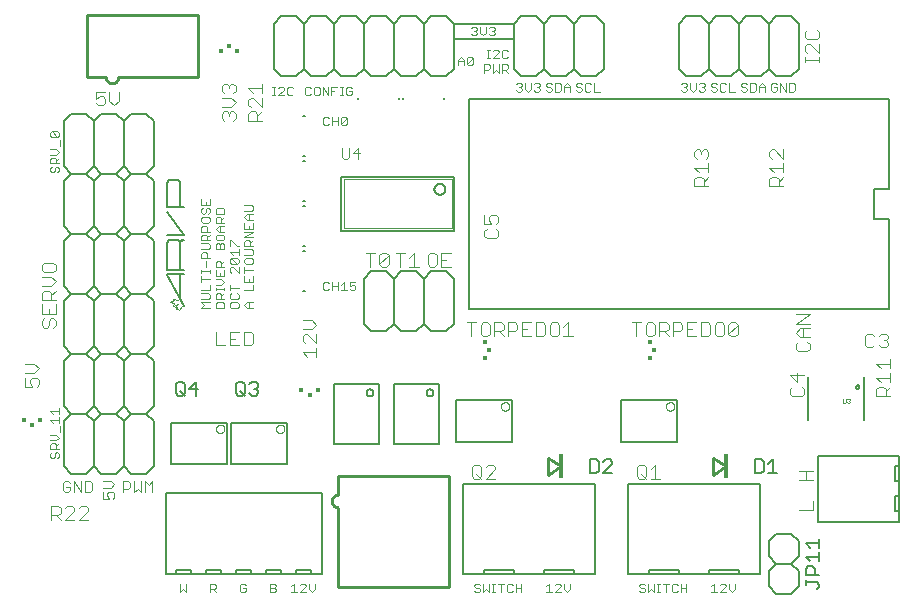
<source format=gto>
G75*
%MOIN*%
%OFA0B0*%
%FSLAX25Y25*%
%IPPOS*%
%LPD*%
%AMOC8*
5,1,8,0,0,1.08239X$1,22.5*
%
%ADD10C,0.00300*%
%ADD11C,0.00400*%
%ADD12C,0.00600*%
%ADD13C,0.01000*%
%ADD14C,0.00500*%
%ADD15C,0.00800*%
%ADD16C,0.00200*%
%ADD17R,0.01181X0.08268*%
%ADD18R,0.01673X0.01280*%
%ADD19R,0.01378X0.01378*%
%ADD20R,0.01280X0.01673*%
%ADD21C,0.00100*%
D10*
X0388677Y0295425D02*
X0389644Y0296392D01*
X0390612Y0295425D01*
X0390612Y0298327D01*
X0388677Y0298327D02*
X0388677Y0295425D01*
X0398677Y0295425D02*
X0398677Y0298327D01*
X0400128Y0298327D01*
X0400612Y0297844D01*
X0400612Y0296876D01*
X0400128Y0296392D01*
X0398677Y0296392D01*
X0399644Y0296392D02*
X0400612Y0295425D01*
X0408677Y0295909D02*
X0409160Y0295425D01*
X0410128Y0295425D01*
X0410612Y0295909D01*
X0410612Y0296876D01*
X0409644Y0296876D01*
X0408677Y0295909D02*
X0408677Y0297844D01*
X0409160Y0298327D01*
X0410128Y0298327D01*
X0410612Y0297844D01*
X0418677Y0298327D02*
X0420128Y0298327D01*
X0420612Y0297844D01*
X0420612Y0297360D01*
X0420128Y0296876D01*
X0418677Y0296876D01*
X0420128Y0296876D02*
X0420612Y0296392D01*
X0420612Y0295909D01*
X0420128Y0295425D01*
X0418677Y0295425D01*
X0418677Y0298327D01*
X0425730Y0297360D02*
X0426698Y0298327D01*
X0426698Y0295425D01*
X0427665Y0295425D02*
X0425730Y0295425D01*
X0428677Y0295425D02*
X0430612Y0297360D01*
X0430612Y0297844D01*
X0430128Y0298327D01*
X0429160Y0298327D01*
X0428677Y0297844D01*
X0428677Y0295425D02*
X0430612Y0295425D01*
X0431623Y0296392D02*
X0432591Y0295425D01*
X0433558Y0296392D01*
X0433558Y0298327D01*
X0431623Y0298327D02*
X0431623Y0296392D01*
X0379460Y0328775D02*
X0379460Y0332478D01*
X0378226Y0331244D01*
X0376992Y0332478D01*
X0376992Y0328775D01*
X0375777Y0328775D02*
X0375777Y0332478D01*
X0373308Y0332478D02*
X0373308Y0328775D01*
X0374543Y0330009D01*
X0375777Y0328775D01*
X0372094Y0330627D02*
X0372094Y0331861D01*
X0371477Y0332478D01*
X0369625Y0332478D01*
X0369625Y0328775D01*
X0369625Y0330009D02*
X0371477Y0330009D01*
X0372094Y0330627D01*
X0366850Y0331451D02*
X0365616Y0332686D01*
X0363147Y0332686D01*
X0363147Y0330217D02*
X0365616Y0330217D01*
X0366850Y0331451D01*
X0366233Y0329002D02*
X0366850Y0328385D01*
X0366850Y0327151D01*
X0366233Y0326534D01*
X0364998Y0326534D02*
X0364381Y0327768D01*
X0364381Y0328385D01*
X0364998Y0329002D01*
X0366233Y0329002D01*
X0364998Y0326534D02*
X0363147Y0326534D01*
X0363147Y0329002D01*
X0359460Y0329392D02*
X0359460Y0331861D01*
X0358843Y0332478D01*
X0356992Y0332478D01*
X0356992Y0328775D01*
X0358843Y0328775D01*
X0359460Y0329392D01*
X0355777Y0328775D02*
X0355777Y0332478D01*
X0353308Y0332478D02*
X0353308Y0328775D01*
X0352094Y0329392D02*
X0352094Y0330627D01*
X0350860Y0330627D01*
X0352094Y0331861D02*
X0351477Y0332478D01*
X0350242Y0332478D01*
X0349625Y0331861D01*
X0349625Y0329392D01*
X0350242Y0328775D01*
X0351477Y0328775D01*
X0352094Y0329392D01*
X0353308Y0332478D02*
X0355777Y0328775D01*
X0347841Y0340150D02*
X0348325Y0340634D01*
X0348325Y0341601D01*
X0347841Y0342085D01*
X0347358Y0342085D01*
X0346874Y0341601D01*
X0346874Y0340634D01*
X0346390Y0340150D01*
X0345906Y0340150D01*
X0345423Y0340634D01*
X0345423Y0341601D01*
X0345906Y0342085D01*
X0345423Y0343097D02*
X0348325Y0343097D01*
X0347358Y0343097D02*
X0347358Y0344548D01*
X0346874Y0345031D01*
X0345906Y0345031D01*
X0345423Y0344548D01*
X0345423Y0343097D01*
X0347358Y0344064D02*
X0348325Y0345031D01*
X0347358Y0346043D02*
X0348325Y0347011D01*
X0347358Y0347978D01*
X0345423Y0347978D01*
X0345423Y0346043D02*
X0347358Y0346043D01*
X0348809Y0348990D02*
X0348809Y0350925D01*
X0348325Y0351936D02*
X0348325Y0353871D01*
X0348325Y0352904D02*
X0345423Y0352904D01*
X0346390Y0351936D01*
X0346390Y0354883D02*
X0345423Y0355850D01*
X0348325Y0355850D01*
X0348325Y0354883D02*
X0348325Y0356818D01*
X0395773Y0390150D02*
X0396740Y0391117D01*
X0395773Y0392085D01*
X0398675Y0392085D01*
X0398191Y0393097D02*
X0398675Y0393580D01*
X0398675Y0394548D01*
X0398191Y0395031D01*
X0395773Y0395031D01*
X0395773Y0396043D02*
X0398675Y0396043D01*
X0398675Y0397978D01*
X0400573Y0398007D02*
X0402508Y0398007D01*
X0403475Y0398975D01*
X0402508Y0399942D01*
X0400573Y0399942D01*
X0400573Y0400954D02*
X0403475Y0400954D01*
X0403475Y0402889D01*
X0403475Y0403900D02*
X0400573Y0403900D01*
X0400573Y0405352D01*
X0401056Y0405835D01*
X0402024Y0405835D01*
X0402508Y0405352D01*
X0402508Y0403900D01*
X0402508Y0404868D02*
X0403475Y0405835D01*
X0405373Y0405366D02*
X0405373Y0406334D01*
X0405856Y0406818D01*
X0407791Y0404883D01*
X0408275Y0405366D01*
X0408275Y0406334D01*
X0407791Y0406818D01*
X0405856Y0406818D01*
X0406340Y0407829D02*
X0405373Y0408797D01*
X0408275Y0408797D01*
X0408275Y0409764D02*
X0408275Y0407829D01*
X0410173Y0407829D02*
X0412591Y0407829D01*
X0413075Y0408313D01*
X0413075Y0409280D01*
X0412591Y0409764D01*
X0410173Y0409764D01*
X0410173Y0410776D02*
X0410173Y0412227D01*
X0410656Y0412711D01*
X0411624Y0412711D01*
X0412108Y0412227D01*
X0412108Y0410776D01*
X0413075Y0410776D02*
X0410173Y0410776D01*
X0408275Y0410776D02*
X0407791Y0410776D01*
X0405856Y0412711D01*
X0405373Y0412711D01*
X0405373Y0410776D01*
X0403475Y0411245D02*
X0403475Y0409793D01*
X0400573Y0409793D01*
X0400573Y0411245D01*
X0401056Y0411728D01*
X0401540Y0411728D01*
X0402024Y0411245D01*
X0402024Y0409793D01*
X0402024Y0411245D02*
X0402508Y0411728D01*
X0402991Y0411728D01*
X0403475Y0411245D01*
X0402991Y0412740D02*
X0403475Y0413224D01*
X0403475Y0414191D01*
X0402991Y0414675D01*
X0401056Y0414675D01*
X0400573Y0414191D01*
X0400573Y0413224D01*
X0401056Y0412740D01*
X0402991Y0412740D01*
X0403475Y0415686D02*
X0401540Y0415686D01*
X0400573Y0416654D01*
X0401540Y0417621D01*
X0403475Y0417621D01*
X0403475Y0418633D02*
X0400573Y0418633D01*
X0400573Y0420084D01*
X0401056Y0420568D01*
X0402024Y0420568D01*
X0402508Y0420084D01*
X0402508Y0418633D01*
X0402508Y0419600D02*
X0403475Y0420568D01*
X0403475Y0421580D02*
X0403475Y0423031D01*
X0402991Y0423515D01*
X0401056Y0423515D01*
X0400573Y0423031D01*
X0400573Y0421580D01*
X0403475Y0421580D01*
X0402024Y0417621D02*
X0402024Y0415686D01*
X0398675Y0415686D02*
X0395773Y0415686D01*
X0395773Y0417138D01*
X0396256Y0417621D01*
X0397224Y0417621D01*
X0397708Y0417138D01*
X0397708Y0415686D01*
X0397224Y0414675D02*
X0397708Y0414191D01*
X0397708Y0412740D01*
X0398675Y0412740D02*
X0395773Y0412740D01*
X0395773Y0414191D01*
X0396256Y0414675D01*
X0397224Y0414675D01*
X0397708Y0413707D02*
X0398675Y0414675D01*
X0398191Y0411728D02*
X0395773Y0411728D01*
X0395773Y0409793D02*
X0398191Y0409793D01*
X0398675Y0410277D01*
X0398675Y0411245D01*
X0398191Y0411728D01*
X0397224Y0408782D02*
X0397708Y0408298D01*
X0397708Y0406847D01*
X0398675Y0406847D02*
X0395773Y0406847D01*
X0395773Y0408298D01*
X0396256Y0408782D01*
X0397224Y0408782D01*
X0397224Y0405835D02*
X0397224Y0403900D01*
X0398675Y0402904D02*
X0398675Y0401936D01*
X0398675Y0402420D02*
X0395773Y0402420D01*
X0395773Y0401936D02*
X0395773Y0402904D01*
X0395773Y0400925D02*
X0395773Y0398990D01*
X0395773Y0399957D02*
X0398675Y0399957D01*
X0400573Y0400954D02*
X0400573Y0402889D01*
X0402024Y0401921D02*
X0402024Y0400954D01*
X0405373Y0402420D02*
X0405856Y0401936D01*
X0405373Y0402420D02*
X0405373Y0403387D01*
X0405856Y0403871D01*
X0406340Y0403871D01*
X0408275Y0401936D01*
X0408275Y0403871D01*
X0407791Y0404883D02*
X0405856Y0404883D01*
X0405373Y0405366D01*
X0410173Y0405366D02*
X0410656Y0404883D01*
X0412591Y0404883D01*
X0413075Y0405366D01*
X0413075Y0406334D01*
X0412591Y0406818D01*
X0410656Y0406818D01*
X0410173Y0406334D01*
X0410173Y0405366D01*
X0410173Y0403871D02*
X0410173Y0401936D01*
X0410173Y0402904D02*
X0413075Y0402904D01*
X0413075Y0400925D02*
X0413075Y0398990D01*
X0410173Y0398990D01*
X0410173Y0400925D01*
X0411624Y0399957D02*
X0411624Y0398990D01*
X0413075Y0397978D02*
X0413075Y0396043D01*
X0410173Y0396043D01*
X0408275Y0397011D02*
X0405373Y0397011D01*
X0405373Y0397978D02*
X0405373Y0396043D01*
X0405856Y0395031D02*
X0405373Y0394548D01*
X0405373Y0393580D01*
X0405856Y0393097D01*
X0407791Y0393097D01*
X0408275Y0393580D01*
X0408275Y0394548D01*
X0407791Y0395031D01*
X0407791Y0392085D02*
X0405856Y0392085D01*
X0405373Y0391601D01*
X0405373Y0390634D01*
X0405856Y0390150D01*
X0407791Y0390150D01*
X0408275Y0390634D01*
X0408275Y0391601D01*
X0407791Y0392085D01*
X0410173Y0391117D02*
X0411140Y0392085D01*
X0413075Y0392085D01*
X0411624Y0392085D02*
X0411624Y0390150D01*
X0411140Y0390150D02*
X0410173Y0391117D01*
X0411140Y0390150D02*
X0413075Y0390150D01*
X0403475Y0390150D02*
X0403475Y0391601D01*
X0402991Y0392085D01*
X0401056Y0392085D01*
X0400573Y0391601D01*
X0400573Y0390150D01*
X0403475Y0390150D01*
X0403475Y0393097D02*
X0400573Y0393097D01*
X0400573Y0394548D01*
X0401056Y0395031D01*
X0402024Y0395031D01*
X0402508Y0394548D01*
X0402508Y0393097D01*
X0402508Y0394064D02*
X0403475Y0395031D01*
X0403475Y0396043D02*
X0403475Y0397011D01*
X0403475Y0396527D02*
X0400573Y0396527D01*
X0400573Y0396043D02*
X0400573Y0397011D01*
X0398191Y0393097D02*
X0395773Y0393097D01*
X0395773Y0390150D02*
X0398675Y0390150D01*
X0412108Y0411743D02*
X0413075Y0412711D01*
X0413075Y0413722D02*
X0410173Y0413722D01*
X0413075Y0415657D01*
X0410173Y0415657D01*
X0410173Y0416669D02*
X0413075Y0416669D01*
X0413075Y0418604D01*
X0413075Y0419615D02*
X0411140Y0419615D01*
X0410173Y0420583D01*
X0411140Y0421550D01*
X0413075Y0421550D01*
X0412591Y0422562D02*
X0413075Y0423045D01*
X0413075Y0424013D01*
X0412591Y0424497D01*
X0410173Y0424497D01*
X0410173Y0422562D02*
X0412591Y0422562D01*
X0411624Y0421550D02*
X0411624Y0419615D01*
X0410173Y0418604D02*
X0410173Y0416669D01*
X0411624Y0416669D02*
X0411624Y0417636D01*
X0398675Y0419117D02*
X0398675Y0420084D01*
X0398191Y0420568D01*
X0396256Y0420568D01*
X0395773Y0420084D01*
X0395773Y0419117D01*
X0396256Y0418633D01*
X0398191Y0418633D01*
X0398675Y0419117D01*
X0398191Y0421580D02*
X0398675Y0422063D01*
X0398675Y0423031D01*
X0398191Y0423515D01*
X0397708Y0423515D01*
X0397224Y0423031D01*
X0397224Y0422063D01*
X0396740Y0421580D01*
X0396256Y0421580D01*
X0395773Y0422063D01*
X0395773Y0423031D01*
X0396256Y0423515D01*
X0395773Y0424526D02*
X0398675Y0424526D01*
X0398675Y0426461D01*
X0397224Y0425494D02*
X0397224Y0424526D01*
X0395773Y0424526D02*
X0395773Y0426461D01*
X0436400Y0451534D02*
X0436884Y0451050D01*
X0437851Y0451050D01*
X0438335Y0451534D01*
X0439347Y0451050D02*
X0439347Y0453952D01*
X0438335Y0453469D02*
X0437851Y0453952D01*
X0436884Y0453952D01*
X0436400Y0453469D01*
X0436400Y0451534D01*
X0439347Y0452501D02*
X0441281Y0452501D01*
X0442293Y0451534D02*
X0444228Y0453469D01*
X0444228Y0451534D01*
X0443744Y0451050D01*
X0442777Y0451050D01*
X0442293Y0451534D01*
X0442293Y0453469D01*
X0442777Y0453952D01*
X0443744Y0453952D01*
X0444228Y0453469D01*
X0441281Y0453952D02*
X0441281Y0451050D01*
X0442114Y0461050D02*
X0443082Y0461050D01*
X0442598Y0461050D02*
X0442598Y0463952D01*
X0442114Y0463952D02*
X0443082Y0463952D01*
X0444078Y0463469D02*
X0444078Y0461534D01*
X0444562Y0461050D01*
X0445530Y0461050D01*
X0446013Y0461534D01*
X0446013Y0462501D01*
X0445046Y0462501D01*
X0446013Y0463469D02*
X0445530Y0463952D01*
X0444562Y0463952D01*
X0444078Y0463469D01*
X0441103Y0463952D02*
X0439168Y0463952D01*
X0439168Y0461050D01*
X0438156Y0461050D02*
X0438156Y0463952D01*
X0439168Y0462501D02*
X0440135Y0462501D01*
X0438156Y0461050D02*
X0436221Y0463952D01*
X0436221Y0461050D01*
X0435210Y0461534D02*
X0435210Y0463469D01*
X0434726Y0463952D01*
X0433758Y0463952D01*
X0433275Y0463469D01*
X0433275Y0461534D01*
X0433758Y0461050D01*
X0434726Y0461050D01*
X0435210Y0461534D01*
X0432263Y0461534D02*
X0431779Y0461050D01*
X0430812Y0461050D01*
X0430328Y0461534D01*
X0430328Y0463469D01*
X0430812Y0463952D01*
X0431779Y0463952D01*
X0432263Y0463469D01*
X0426370Y0463469D02*
X0425886Y0463952D01*
X0424919Y0463952D01*
X0424435Y0463469D01*
X0424435Y0461534D01*
X0424919Y0461050D01*
X0425886Y0461050D01*
X0426370Y0461534D01*
X0423423Y0461050D02*
X0421489Y0461050D01*
X0423423Y0462985D01*
X0423423Y0463469D01*
X0422940Y0463952D01*
X0421972Y0463952D01*
X0421489Y0463469D01*
X0420492Y0463952D02*
X0419524Y0463952D01*
X0420008Y0463952D02*
X0420008Y0461050D01*
X0419524Y0461050D02*
X0420492Y0461050D01*
X0481400Y0471050D02*
X0481400Y0472985D01*
X0482367Y0473952D01*
X0483335Y0472985D01*
X0483335Y0471050D01*
X0484347Y0471534D02*
X0486281Y0473469D01*
X0486281Y0471534D01*
X0485798Y0471050D01*
X0484830Y0471050D01*
X0484347Y0471534D01*
X0484347Y0473469D01*
X0484830Y0473952D01*
X0485798Y0473952D01*
X0486281Y0473469D01*
X0483335Y0472501D02*
X0481400Y0472501D01*
X0490060Y0471552D02*
X0491512Y0471552D01*
X0491995Y0471069D01*
X0491995Y0470101D01*
X0491512Y0469617D01*
X0490060Y0469617D01*
X0490060Y0468650D02*
X0490060Y0471552D01*
X0491043Y0473450D02*
X0492010Y0473450D01*
X0491526Y0473450D02*
X0491526Y0476352D01*
X0491043Y0476352D02*
X0492010Y0476352D01*
X0493007Y0475869D02*
X0493491Y0476352D01*
X0494458Y0476352D01*
X0494942Y0475869D01*
X0494942Y0475385D01*
X0493007Y0473450D01*
X0494942Y0473450D01*
X0495953Y0473934D02*
X0496437Y0473450D01*
X0497405Y0473450D01*
X0497888Y0473934D01*
X0495953Y0473934D02*
X0495953Y0475869D01*
X0496437Y0476352D01*
X0497405Y0476352D01*
X0497888Y0475869D01*
X0497405Y0471552D02*
X0497888Y0471069D01*
X0497888Y0470101D01*
X0497405Y0469617D01*
X0495953Y0469617D01*
X0495953Y0468650D02*
X0495953Y0471552D01*
X0497405Y0471552D01*
X0496921Y0469617D02*
X0497888Y0468650D01*
X0494942Y0468650D02*
X0494942Y0471552D01*
X0493007Y0471552D02*
X0493007Y0468650D01*
X0493974Y0469617D01*
X0494942Y0468650D01*
X0500730Y0464719D02*
X0501214Y0465202D01*
X0502181Y0465202D01*
X0502665Y0464719D01*
X0502665Y0464235D01*
X0502181Y0463751D01*
X0502665Y0463267D01*
X0502665Y0462784D01*
X0502181Y0462300D01*
X0501214Y0462300D01*
X0500730Y0462784D01*
X0501698Y0463751D02*
X0502181Y0463751D01*
X0503677Y0463267D02*
X0503677Y0465202D01*
X0503677Y0463267D02*
X0504644Y0462300D01*
X0505612Y0463267D01*
X0505612Y0465202D01*
X0506623Y0464719D02*
X0507107Y0465202D01*
X0508074Y0465202D01*
X0508558Y0464719D01*
X0508558Y0464235D01*
X0508074Y0463751D01*
X0508558Y0463267D01*
X0508558Y0462784D01*
X0508074Y0462300D01*
X0507107Y0462300D01*
X0506623Y0462784D01*
X0507591Y0463751D02*
X0508074Y0463751D01*
X0510730Y0464235D02*
X0511214Y0463751D01*
X0512181Y0463751D01*
X0512665Y0463267D01*
X0512665Y0462784D01*
X0512181Y0462300D01*
X0511214Y0462300D01*
X0510730Y0462784D01*
X0510730Y0464235D02*
X0510730Y0464719D01*
X0511214Y0465202D01*
X0512181Y0465202D01*
X0512665Y0464719D01*
X0513677Y0465202D02*
X0513677Y0462300D01*
X0515128Y0462300D01*
X0515612Y0462784D01*
X0515612Y0464719D01*
X0515128Y0465202D01*
X0513677Y0465202D01*
X0516623Y0464235D02*
X0517591Y0465202D01*
X0518558Y0464235D01*
X0518558Y0462300D01*
X0518558Y0463751D02*
X0516623Y0463751D01*
X0516623Y0464235D02*
X0516623Y0462300D01*
X0520730Y0462784D02*
X0521214Y0462300D01*
X0522181Y0462300D01*
X0522665Y0462784D01*
X0522665Y0463267D01*
X0522181Y0463751D01*
X0521214Y0463751D01*
X0520730Y0464235D01*
X0520730Y0464719D01*
X0521214Y0465202D01*
X0522181Y0465202D01*
X0522665Y0464719D01*
X0523677Y0464719D02*
X0523677Y0462784D01*
X0524160Y0462300D01*
X0525128Y0462300D01*
X0525612Y0462784D01*
X0526623Y0462300D02*
X0528558Y0462300D01*
X0526623Y0462300D02*
X0526623Y0465202D01*
X0525612Y0464719D02*
X0525128Y0465202D01*
X0524160Y0465202D01*
X0523677Y0464719D01*
X0555730Y0464719D02*
X0556214Y0465202D01*
X0557181Y0465202D01*
X0557665Y0464719D01*
X0557665Y0464235D01*
X0557181Y0463751D01*
X0557665Y0463267D01*
X0557665Y0462784D01*
X0557181Y0462300D01*
X0556214Y0462300D01*
X0555730Y0462784D01*
X0556698Y0463751D02*
X0557181Y0463751D01*
X0558677Y0463267D02*
X0559644Y0462300D01*
X0560612Y0463267D01*
X0560612Y0465202D01*
X0561623Y0464719D02*
X0562107Y0465202D01*
X0563074Y0465202D01*
X0563558Y0464719D01*
X0563558Y0464235D01*
X0563074Y0463751D01*
X0563558Y0463267D01*
X0563558Y0462784D01*
X0563074Y0462300D01*
X0562107Y0462300D01*
X0561623Y0462784D01*
X0562591Y0463751D02*
X0563074Y0463751D01*
X0565730Y0464235D02*
X0566214Y0463751D01*
X0567181Y0463751D01*
X0567665Y0463267D01*
X0567665Y0462784D01*
X0567181Y0462300D01*
X0566214Y0462300D01*
X0565730Y0462784D01*
X0565730Y0464235D02*
X0565730Y0464719D01*
X0566214Y0465202D01*
X0567181Y0465202D01*
X0567665Y0464719D01*
X0568677Y0464719D02*
X0568677Y0462784D01*
X0569160Y0462300D01*
X0570128Y0462300D01*
X0570612Y0462784D01*
X0571623Y0462300D02*
X0573558Y0462300D01*
X0571623Y0462300D02*
X0571623Y0465202D01*
X0570612Y0464719D02*
X0570128Y0465202D01*
X0569160Y0465202D01*
X0568677Y0464719D01*
X0575730Y0464719D02*
X0575730Y0464235D01*
X0576214Y0463751D01*
X0577181Y0463751D01*
X0577665Y0463267D01*
X0577665Y0462784D01*
X0577181Y0462300D01*
X0576214Y0462300D01*
X0575730Y0462784D01*
X0575730Y0464719D02*
X0576214Y0465202D01*
X0577181Y0465202D01*
X0577665Y0464719D01*
X0578677Y0465202D02*
X0580128Y0465202D01*
X0580612Y0464719D01*
X0580612Y0462784D01*
X0580128Y0462300D01*
X0578677Y0462300D01*
X0578677Y0465202D01*
X0581623Y0464235D02*
X0582591Y0465202D01*
X0583558Y0464235D01*
X0583558Y0462300D01*
X0583558Y0463751D02*
X0581623Y0463751D01*
X0581623Y0464235D02*
X0581623Y0462300D01*
X0585730Y0462784D02*
X0585730Y0464719D01*
X0586214Y0465202D01*
X0587181Y0465202D01*
X0587665Y0464719D01*
X0587665Y0463751D02*
X0586698Y0463751D01*
X0587665Y0463751D02*
X0587665Y0462784D01*
X0587181Y0462300D01*
X0586214Y0462300D01*
X0585730Y0462784D01*
X0588677Y0462300D02*
X0588677Y0465202D01*
X0590612Y0462300D01*
X0590612Y0465202D01*
X0591623Y0465202D02*
X0593074Y0465202D01*
X0593558Y0464719D01*
X0593558Y0462784D01*
X0593074Y0462300D01*
X0591623Y0462300D01*
X0591623Y0465202D01*
X0558677Y0465202D02*
X0558677Y0463267D01*
X0493558Y0481534D02*
X0493074Y0481050D01*
X0492107Y0481050D01*
X0491623Y0481534D01*
X0490612Y0482017D02*
X0490612Y0483952D01*
X0491623Y0483469D02*
X0492107Y0483952D01*
X0493074Y0483952D01*
X0493558Y0483469D01*
X0493558Y0482985D01*
X0493074Y0482501D01*
X0493558Y0482017D01*
X0493558Y0481534D01*
X0493074Y0482501D02*
X0492591Y0482501D01*
X0490612Y0482017D02*
X0489644Y0481050D01*
X0488677Y0482017D01*
X0488677Y0483952D01*
X0487665Y0483469D02*
X0487665Y0482985D01*
X0487181Y0482501D01*
X0487665Y0482017D01*
X0487665Y0481534D01*
X0487181Y0481050D01*
X0486214Y0481050D01*
X0485730Y0481534D01*
X0486698Y0482501D02*
X0487181Y0482501D01*
X0487665Y0483469D02*
X0487181Y0483952D01*
X0486214Y0483952D01*
X0485730Y0483469D01*
X0447175Y0398952D02*
X0445240Y0398952D01*
X0445240Y0397501D01*
X0446207Y0397985D01*
X0446691Y0397985D01*
X0447175Y0397501D01*
X0447175Y0396534D01*
X0446691Y0396050D01*
X0445723Y0396050D01*
X0445240Y0396534D01*
X0444228Y0396050D02*
X0442293Y0396050D01*
X0443261Y0396050D02*
X0443261Y0398952D01*
X0442293Y0397985D01*
X0441281Y0397501D02*
X0439347Y0397501D01*
X0438335Y0396534D02*
X0437851Y0396050D01*
X0436884Y0396050D01*
X0436400Y0396534D01*
X0436400Y0398469D01*
X0436884Y0398952D01*
X0437851Y0398952D01*
X0438335Y0398469D01*
X0439347Y0398952D02*
X0439347Y0396050D01*
X0441281Y0396050D02*
X0441281Y0398952D01*
X0348325Y0435901D02*
X0347841Y0435417D01*
X0348325Y0435901D02*
X0348325Y0436869D01*
X0347841Y0437352D01*
X0347358Y0437352D01*
X0346874Y0436869D01*
X0346874Y0435901D01*
X0346390Y0435417D01*
X0345906Y0435417D01*
X0345423Y0435901D01*
X0345423Y0436869D01*
X0345906Y0437352D01*
X0345423Y0438364D02*
X0348325Y0438364D01*
X0347358Y0438364D02*
X0347358Y0439815D01*
X0346874Y0440299D01*
X0345906Y0440299D01*
X0345423Y0439815D01*
X0345423Y0438364D01*
X0347358Y0439331D02*
X0348325Y0440299D01*
X0347358Y0441310D02*
X0348325Y0442278D01*
X0347358Y0443245D01*
X0345423Y0443245D01*
X0345423Y0441310D02*
X0347358Y0441310D01*
X0348809Y0444257D02*
X0348809Y0446192D01*
X0347841Y0447203D02*
X0345906Y0449138D01*
X0347841Y0449138D01*
X0348325Y0448655D01*
X0348325Y0447687D01*
X0347841Y0447203D01*
X0345906Y0447203D01*
X0345423Y0447687D01*
X0345423Y0448655D01*
X0345906Y0449138D01*
X0487285Y0298327D02*
X0486802Y0297844D01*
X0486802Y0297360D01*
X0487285Y0296876D01*
X0488253Y0296876D01*
X0488737Y0296392D01*
X0488737Y0295909D01*
X0488253Y0295425D01*
X0487285Y0295425D01*
X0486802Y0295909D01*
X0487285Y0298327D02*
X0488253Y0298327D01*
X0488737Y0297844D01*
X0489748Y0298327D02*
X0489748Y0295425D01*
X0490716Y0296392D01*
X0491683Y0295425D01*
X0491683Y0298327D01*
X0492695Y0298327D02*
X0493662Y0298327D01*
X0493178Y0298327D02*
X0493178Y0295425D01*
X0492695Y0295425D02*
X0493662Y0295425D01*
X0495626Y0295425D02*
X0495626Y0298327D01*
X0494659Y0298327D02*
X0496594Y0298327D01*
X0497605Y0297844D02*
X0497605Y0295909D01*
X0498089Y0295425D01*
X0499057Y0295425D01*
X0499540Y0295909D01*
X0500552Y0295425D02*
X0500552Y0298327D01*
X0499540Y0297844D02*
X0499057Y0298327D01*
X0498089Y0298327D01*
X0497605Y0297844D01*
X0500552Y0296876D02*
X0502487Y0296876D01*
X0502487Y0298327D02*
X0502487Y0295425D01*
X0510730Y0295425D02*
X0512665Y0295425D01*
X0511698Y0295425D02*
X0511698Y0298327D01*
X0510730Y0297360D01*
X0513677Y0297844D02*
X0514160Y0298327D01*
X0515128Y0298327D01*
X0515612Y0297844D01*
X0515612Y0297360D01*
X0513677Y0295425D01*
X0515612Y0295425D01*
X0516623Y0296392D02*
X0517591Y0295425D01*
X0518558Y0296392D01*
X0518558Y0298327D01*
X0516623Y0298327D02*
X0516623Y0296392D01*
X0541802Y0295909D02*
X0542285Y0295425D01*
X0543253Y0295425D01*
X0543737Y0295909D01*
X0543737Y0296392D01*
X0543253Y0296876D01*
X0542285Y0296876D01*
X0541802Y0297360D01*
X0541802Y0297844D01*
X0542285Y0298327D01*
X0543253Y0298327D01*
X0543737Y0297844D01*
X0544748Y0298327D02*
X0544748Y0295425D01*
X0545716Y0296392D01*
X0546683Y0295425D01*
X0546683Y0298327D01*
X0547695Y0298327D02*
X0548662Y0298327D01*
X0548178Y0298327D02*
X0548178Y0295425D01*
X0547695Y0295425D02*
X0548662Y0295425D01*
X0550626Y0295425D02*
X0550626Y0298327D01*
X0549659Y0298327D02*
X0551594Y0298327D01*
X0552605Y0297844D02*
X0552605Y0295909D01*
X0553089Y0295425D01*
X0554057Y0295425D01*
X0554540Y0295909D01*
X0555552Y0295425D02*
X0555552Y0298327D01*
X0554540Y0297844D02*
X0554057Y0298327D01*
X0553089Y0298327D01*
X0552605Y0297844D01*
X0555552Y0296876D02*
X0557487Y0296876D01*
X0557487Y0298327D02*
X0557487Y0295425D01*
X0565730Y0295425D02*
X0567665Y0295425D01*
X0566698Y0295425D02*
X0566698Y0298327D01*
X0565730Y0297360D01*
X0568677Y0297844D02*
X0569160Y0298327D01*
X0570128Y0298327D01*
X0570612Y0297844D01*
X0570612Y0297360D01*
X0568677Y0295425D01*
X0570612Y0295425D01*
X0571623Y0296392D02*
X0572591Y0295425D01*
X0573558Y0296392D01*
X0573558Y0298327D01*
X0571623Y0298327D02*
X0571623Y0296392D01*
D11*
X0595196Y0322898D02*
X0599800Y0322898D01*
X0599800Y0325967D01*
X0599800Y0332898D02*
X0595196Y0332898D01*
X0597498Y0332898D02*
X0597498Y0335967D01*
X0595196Y0335967D02*
X0599800Y0335967D01*
X0595908Y0360825D02*
X0596675Y0361592D01*
X0596675Y0363127D01*
X0595908Y0363894D01*
X0594373Y0365429D02*
X0594373Y0368498D01*
X0592071Y0367731D02*
X0594373Y0365429D01*
X0592838Y0363894D02*
X0592071Y0363127D01*
X0592071Y0361592D01*
X0592838Y0360825D01*
X0595908Y0360825D01*
X0596675Y0367731D02*
X0592071Y0367731D01*
X0594713Y0375794D02*
X0597783Y0375794D01*
X0598550Y0376561D01*
X0598550Y0378096D01*
X0597783Y0378863D01*
X0598550Y0380398D02*
X0595481Y0380398D01*
X0593946Y0381933D01*
X0595481Y0383467D01*
X0598550Y0383467D01*
X0598550Y0385002D02*
X0593946Y0385002D01*
X0598550Y0388071D01*
X0593946Y0388071D01*
X0596248Y0383467D02*
X0596248Y0380398D01*
X0594713Y0378863D02*
X0593946Y0378096D01*
X0593946Y0376561D01*
X0594713Y0375794D01*
X0574581Y0381592D02*
X0574581Y0384662D01*
X0571512Y0381592D01*
X0572279Y0380825D01*
X0573814Y0380825D01*
X0574581Y0381592D01*
X0571512Y0381592D02*
X0571512Y0384662D01*
X0572279Y0385429D01*
X0573814Y0385429D01*
X0574581Y0384662D01*
X0569977Y0384662D02*
X0569977Y0381592D01*
X0569210Y0380825D01*
X0567675Y0380825D01*
X0566908Y0381592D01*
X0566908Y0384662D01*
X0567675Y0385429D01*
X0569210Y0385429D01*
X0569977Y0384662D01*
X0565373Y0384662D02*
X0564606Y0385429D01*
X0562304Y0385429D01*
X0562304Y0380825D01*
X0564606Y0380825D01*
X0565373Y0381592D01*
X0565373Y0384662D01*
X0560769Y0385429D02*
X0557700Y0385429D01*
X0557700Y0380825D01*
X0560769Y0380825D01*
X0559235Y0383127D02*
X0557700Y0383127D01*
X0556165Y0383127D02*
X0555398Y0382360D01*
X0553096Y0382360D01*
X0553096Y0380825D02*
X0553096Y0385429D01*
X0555398Y0385429D01*
X0556165Y0384662D01*
X0556165Y0383127D01*
X0551561Y0383127D02*
X0551561Y0384662D01*
X0550794Y0385429D01*
X0548492Y0385429D01*
X0548492Y0380825D01*
X0548492Y0382360D02*
X0550794Y0382360D01*
X0551561Y0383127D01*
X0550027Y0382360D02*
X0551561Y0380825D01*
X0546957Y0381592D02*
X0546957Y0384662D01*
X0546190Y0385429D01*
X0544655Y0385429D01*
X0543888Y0384662D01*
X0543888Y0381592D01*
X0544655Y0380825D01*
X0546190Y0380825D01*
X0546957Y0381592D01*
X0542354Y0385429D02*
X0539284Y0385429D01*
X0540819Y0385429D02*
X0540819Y0380825D01*
X0519581Y0380825D02*
X0516512Y0380825D01*
X0518046Y0380825D02*
X0518046Y0385429D01*
X0516512Y0383894D01*
X0514977Y0384662D02*
X0514210Y0385429D01*
X0512675Y0385429D01*
X0511908Y0384662D01*
X0511908Y0381592D01*
X0512675Y0380825D01*
X0514210Y0380825D01*
X0514977Y0381592D01*
X0514977Y0384662D01*
X0510373Y0384662D02*
X0510373Y0381592D01*
X0509606Y0380825D01*
X0507304Y0380825D01*
X0507304Y0385429D01*
X0509606Y0385429D01*
X0510373Y0384662D01*
X0505769Y0385429D02*
X0502700Y0385429D01*
X0502700Y0380825D01*
X0505769Y0380825D01*
X0504235Y0383127D02*
X0502700Y0383127D01*
X0501165Y0383127D02*
X0500398Y0382360D01*
X0498096Y0382360D01*
X0498096Y0380825D02*
X0498096Y0385429D01*
X0500398Y0385429D01*
X0501165Y0384662D01*
X0501165Y0383127D01*
X0496561Y0383127D02*
X0495794Y0382360D01*
X0493492Y0382360D01*
X0495027Y0382360D02*
X0496561Y0380825D01*
X0496561Y0383127D02*
X0496561Y0384662D01*
X0495794Y0385429D01*
X0493492Y0385429D01*
X0493492Y0380825D01*
X0491957Y0381592D02*
X0491957Y0384662D01*
X0491190Y0385429D01*
X0489655Y0385429D01*
X0488888Y0384662D01*
X0488888Y0381592D01*
X0489655Y0380825D01*
X0491190Y0380825D01*
X0491957Y0381592D01*
X0487354Y0385429D02*
X0484284Y0385429D01*
X0485819Y0385429D02*
X0485819Y0380825D01*
X0478894Y0403950D02*
X0475825Y0403950D01*
X0475825Y0408554D01*
X0478894Y0408554D01*
X0477360Y0406252D02*
X0475825Y0406252D01*
X0474290Y0407787D02*
X0473523Y0408554D01*
X0471988Y0408554D01*
X0471221Y0407787D01*
X0471221Y0404717D01*
X0471988Y0403950D01*
X0473523Y0403950D01*
X0474290Y0404717D01*
X0474290Y0407787D01*
X0468269Y0403950D02*
X0465200Y0403950D01*
X0466735Y0403950D02*
X0466735Y0408554D01*
X0465200Y0407019D01*
X0463665Y0408554D02*
X0460596Y0408554D01*
X0462131Y0408554D02*
X0462131Y0403950D01*
X0458269Y0404717D02*
X0457502Y0403950D01*
X0455967Y0403950D01*
X0455200Y0404717D01*
X0458269Y0407787D01*
X0458269Y0404717D01*
X0455200Y0404717D02*
X0455200Y0407787D01*
X0455967Y0408554D01*
X0457502Y0408554D01*
X0458269Y0407787D01*
X0453665Y0408554D02*
X0450596Y0408554D01*
X0452131Y0408554D02*
X0452131Y0403950D01*
X0434175Y0384692D02*
X0432640Y0386227D01*
X0429571Y0386227D01*
X0429571Y0383158D02*
X0432640Y0383158D01*
X0434175Y0384692D01*
X0434175Y0381623D02*
X0434175Y0378554D01*
X0431106Y0381623D01*
X0430338Y0381623D01*
X0429571Y0380856D01*
X0429571Y0379321D01*
X0430338Y0378554D01*
X0429571Y0375485D02*
X0434175Y0375485D01*
X0434175Y0377019D02*
X0434175Y0373950D01*
X0431106Y0373950D02*
X0429571Y0375485D01*
X0413071Y0378467D02*
X0413071Y0381537D01*
X0412304Y0382304D01*
X0410002Y0382304D01*
X0410002Y0377700D01*
X0412304Y0377700D01*
X0413071Y0378467D01*
X0408467Y0377700D02*
X0405398Y0377700D01*
X0405398Y0382304D01*
X0408467Y0382304D01*
X0406933Y0380002D02*
X0405398Y0380002D01*
X0403863Y0377700D02*
X0400794Y0377700D01*
X0400794Y0382304D01*
X0347300Y0384457D02*
X0346533Y0383690D01*
X0347300Y0384457D02*
X0347300Y0385992D01*
X0346533Y0386759D01*
X0345765Y0386759D01*
X0344998Y0385992D01*
X0344998Y0384457D01*
X0344231Y0383690D01*
X0343463Y0383690D01*
X0342696Y0384457D01*
X0342696Y0385992D01*
X0343463Y0386759D01*
X0342696Y0388294D02*
X0347300Y0388294D01*
X0347300Y0391363D01*
X0347300Y0392898D02*
X0342696Y0392898D01*
X0342696Y0395200D01*
X0343463Y0395967D01*
X0344998Y0395967D01*
X0345765Y0395200D01*
X0345765Y0392898D01*
X0345765Y0394433D02*
X0347300Y0395967D01*
X0345765Y0397502D02*
X0347300Y0399037D01*
X0345765Y0400571D01*
X0342696Y0400571D01*
X0343463Y0402106D02*
X0346533Y0402106D01*
X0347300Y0402873D01*
X0347300Y0404408D01*
X0346533Y0405175D01*
X0343463Y0405175D01*
X0342696Y0404408D01*
X0342696Y0402873D01*
X0343463Y0402106D01*
X0342696Y0397502D02*
X0345765Y0397502D01*
X0342696Y0391363D02*
X0342696Y0388294D01*
X0344998Y0388294D02*
X0344998Y0389829D01*
X0340140Y0371623D02*
X0337071Y0371623D01*
X0337071Y0368554D02*
X0340140Y0368554D01*
X0341675Y0370089D01*
X0340140Y0371623D01*
X0339373Y0367019D02*
X0340908Y0367019D01*
X0341675Y0366252D01*
X0341675Y0364717D01*
X0340908Y0363950D01*
X0339373Y0363950D02*
X0338606Y0365485D01*
X0338606Y0366252D01*
X0339373Y0367019D01*
X0337071Y0367019D02*
X0337071Y0363950D01*
X0339373Y0363950D01*
X0345825Y0324179D02*
X0348127Y0324179D01*
X0348894Y0323412D01*
X0348894Y0321877D01*
X0348127Y0321110D01*
X0345825Y0321110D01*
X0347360Y0321110D02*
X0348894Y0319575D01*
X0350429Y0319575D02*
X0353498Y0322644D01*
X0353498Y0323412D01*
X0352731Y0324179D01*
X0351196Y0324179D01*
X0350429Y0323412D01*
X0350429Y0319575D02*
X0353498Y0319575D01*
X0355033Y0319575D02*
X0358102Y0322644D01*
X0358102Y0323412D01*
X0357335Y0324179D01*
X0355800Y0324179D01*
X0355033Y0323412D01*
X0355033Y0319575D02*
X0358102Y0319575D01*
X0345825Y0319575D02*
X0345825Y0324179D01*
X0485992Y0334092D02*
X0486759Y0333325D01*
X0488294Y0333325D01*
X0489061Y0334092D01*
X0489061Y0337162D01*
X0488294Y0337929D01*
X0486759Y0337929D01*
X0485992Y0337162D01*
X0485992Y0334092D01*
X0487527Y0334860D02*
X0489061Y0333325D01*
X0490596Y0333325D02*
X0493665Y0336394D01*
X0493665Y0337162D01*
X0492898Y0337929D01*
X0491363Y0337929D01*
X0490596Y0337162D01*
X0490596Y0333325D02*
X0493665Y0333325D01*
X0540992Y0334092D02*
X0541759Y0333325D01*
X0543294Y0333325D01*
X0544061Y0334092D01*
X0544061Y0337162D01*
X0543294Y0337929D01*
X0541759Y0337929D01*
X0540992Y0337162D01*
X0540992Y0334092D01*
X0542527Y0334860D02*
X0544061Y0333325D01*
X0545596Y0333325D02*
X0548665Y0333325D01*
X0547131Y0333325D02*
X0547131Y0337929D01*
X0545596Y0336394D01*
X0620821Y0360825D02*
X0620821Y0363127D01*
X0621588Y0363894D01*
X0623123Y0363894D01*
X0623890Y0363127D01*
X0623890Y0360825D01*
X0623890Y0362360D02*
X0625425Y0363894D01*
X0625425Y0365429D02*
X0625425Y0368498D01*
X0625425Y0366964D02*
X0620821Y0366964D01*
X0622356Y0365429D01*
X0622356Y0370033D02*
X0620821Y0371567D01*
X0625425Y0371567D01*
X0625425Y0370033D02*
X0625425Y0373102D01*
X0623981Y0377075D02*
X0622446Y0377075D01*
X0621679Y0377842D01*
X0620144Y0377842D02*
X0619377Y0377075D01*
X0617842Y0377075D01*
X0617075Y0377842D01*
X0617075Y0380912D01*
X0617842Y0381679D01*
X0619377Y0381679D01*
X0620144Y0380912D01*
X0621679Y0380912D02*
X0622446Y0381679D01*
X0623981Y0381679D01*
X0624748Y0380912D01*
X0624748Y0380144D01*
X0623981Y0379377D01*
X0624748Y0378610D01*
X0624748Y0377842D01*
X0623981Y0377075D01*
X0623981Y0379377D02*
X0623214Y0379377D01*
X0625425Y0360825D02*
X0620821Y0360825D01*
X0589800Y0430794D02*
X0585196Y0430794D01*
X0585196Y0433096D01*
X0585963Y0433863D01*
X0587498Y0433863D01*
X0588265Y0433096D01*
X0588265Y0430794D01*
X0588265Y0432329D02*
X0589800Y0433863D01*
X0589800Y0435398D02*
X0589800Y0438467D01*
X0589800Y0436933D02*
X0585196Y0436933D01*
X0586731Y0435398D01*
X0585963Y0440002D02*
X0585196Y0440769D01*
X0585196Y0442304D01*
X0585963Y0443071D01*
X0586731Y0443071D01*
X0589800Y0440002D01*
X0589800Y0443071D01*
X0564800Y0442304D02*
X0564800Y0440769D01*
X0564033Y0440002D01*
X0564800Y0438467D02*
X0564800Y0435398D01*
X0564800Y0433863D02*
X0563265Y0432329D01*
X0563265Y0433096D02*
X0563265Y0430794D01*
X0564800Y0430794D02*
X0560196Y0430794D01*
X0560196Y0433096D01*
X0560963Y0433863D01*
X0562498Y0433863D01*
X0563265Y0433096D01*
X0561731Y0435398D02*
X0560196Y0436933D01*
X0564800Y0436933D01*
X0560963Y0440002D02*
X0560196Y0440769D01*
X0560196Y0442304D01*
X0560963Y0443071D01*
X0561731Y0443071D01*
X0562498Y0442304D01*
X0563265Y0443071D01*
X0564033Y0443071D01*
X0564800Y0442304D01*
X0562498Y0442304D02*
X0562498Y0441537D01*
X0597071Y0472186D02*
X0597071Y0473721D01*
X0597071Y0472954D02*
X0601675Y0472954D01*
X0601675Y0473721D02*
X0601675Y0472186D01*
X0601675Y0475256D02*
X0598606Y0478325D01*
X0597838Y0478325D01*
X0597071Y0477558D01*
X0597071Y0476023D01*
X0597838Y0475256D01*
X0601675Y0475256D02*
X0601675Y0478325D01*
X0600908Y0479860D02*
X0601675Y0480627D01*
X0601675Y0482162D01*
X0600908Y0482929D01*
X0600908Y0479860D02*
X0597838Y0479860D01*
X0597071Y0480627D01*
X0597071Y0482162D01*
X0597838Y0482929D01*
X0494800Y0420398D02*
X0494800Y0418863D01*
X0494033Y0418096D01*
X0494033Y0416561D02*
X0494800Y0415794D01*
X0494800Y0414259D01*
X0494033Y0413492D01*
X0490963Y0413492D01*
X0490196Y0414259D01*
X0490196Y0415794D01*
X0490963Y0416561D01*
X0490196Y0418096D02*
X0492498Y0418096D01*
X0491731Y0419631D01*
X0491731Y0420398D01*
X0492498Y0421165D01*
X0494033Y0421165D01*
X0494800Y0420398D01*
X0490196Y0421165D02*
X0490196Y0418096D01*
X0448110Y0439932D02*
X0448110Y0443535D01*
X0446308Y0441733D01*
X0448710Y0441733D01*
X0445027Y0440532D02*
X0445027Y0443535D01*
X0442625Y0443535D02*
X0442625Y0440532D01*
X0443226Y0439932D01*
X0444427Y0439932D01*
X0445027Y0440532D01*
X0416050Y0452638D02*
X0411446Y0452638D01*
X0411446Y0454940D01*
X0412213Y0455707D01*
X0413748Y0455707D01*
X0414515Y0454940D01*
X0414515Y0452638D01*
X0414515Y0454173D02*
X0416050Y0455707D01*
X0416050Y0457242D02*
X0412981Y0460311D01*
X0412213Y0460311D01*
X0411446Y0459544D01*
X0411446Y0458009D01*
X0412213Y0457242D01*
X0416050Y0457242D02*
X0416050Y0460311D01*
X0416050Y0461846D02*
X0416050Y0464915D01*
X0416050Y0463381D02*
X0411446Y0463381D01*
X0412981Y0461846D01*
X0407300Y0462613D02*
X0406533Y0461846D01*
X0407300Y0462613D02*
X0407300Y0464148D01*
X0406533Y0464915D01*
X0405765Y0464915D01*
X0404998Y0464148D01*
X0404998Y0463381D01*
X0404998Y0464148D02*
X0404231Y0464915D01*
X0403463Y0464915D01*
X0402696Y0464148D01*
X0402696Y0462613D01*
X0403463Y0461846D01*
X0402696Y0460311D02*
X0405765Y0460311D01*
X0407300Y0458777D01*
X0405765Y0457242D01*
X0402696Y0457242D01*
X0403463Y0455707D02*
X0404231Y0455707D01*
X0404998Y0454940D01*
X0405765Y0455707D01*
X0406533Y0455707D01*
X0407300Y0454940D01*
X0407300Y0453406D01*
X0406533Y0452638D01*
X0404998Y0454173D02*
X0404998Y0454940D01*
X0403463Y0455707D02*
X0402696Y0454940D01*
X0402696Y0453406D01*
X0403463Y0452638D01*
X0368269Y0459235D02*
X0368269Y0462304D01*
X0365200Y0462304D02*
X0365200Y0459235D01*
X0366735Y0457700D01*
X0368269Y0459235D01*
X0363665Y0460002D02*
X0363665Y0458467D01*
X0362898Y0457700D01*
X0361363Y0457700D01*
X0360596Y0458467D01*
X0360596Y0460002D02*
X0362131Y0460769D01*
X0362898Y0460769D01*
X0363665Y0460002D01*
X0363665Y0462304D02*
X0360596Y0462304D01*
X0360596Y0460002D01*
D12*
X0362500Y0455000D02*
X0367500Y0455000D01*
X0370000Y0452500D01*
X0370000Y0437500D01*
X0367500Y0435000D01*
X0362500Y0435000D01*
X0360000Y0432500D01*
X0357500Y0435000D01*
X0352500Y0435000D01*
X0350000Y0432500D01*
X0350000Y0417500D01*
X0352500Y0415000D01*
X0357500Y0415000D01*
X0360000Y0412500D01*
X0360000Y0397500D01*
X0357500Y0395000D01*
X0352500Y0395000D01*
X0350000Y0392500D01*
X0350000Y0377500D01*
X0352500Y0375000D01*
X0357500Y0375000D01*
X0360000Y0372500D01*
X0360000Y0357500D01*
X0357500Y0355000D01*
X0352500Y0355000D01*
X0350000Y0352500D01*
X0350000Y0337500D01*
X0352500Y0335000D01*
X0357500Y0335000D01*
X0360000Y0337500D01*
X0360000Y0352500D01*
X0357500Y0355000D01*
X0352500Y0355000D01*
X0350000Y0357500D01*
X0350000Y0372500D01*
X0352500Y0375000D01*
X0357500Y0375000D01*
X0360000Y0377500D01*
X0360000Y0392500D01*
X0357500Y0395000D01*
X0352500Y0395000D01*
X0350000Y0397500D01*
X0350000Y0412500D01*
X0352500Y0415000D01*
X0357500Y0415000D01*
X0360000Y0417500D01*
X0360000Y0432500D01*
X0357500Y0435000D02*
X0352500Y0435000D01*
X0350000Y0437500D01*
X0350000Y0452500D01*
X0352500Y0455000D01*
X0357500Y0455000D01*
X0360000Y0452500D01*
X0360000Y0437500D01*
X0357500Y0435000D01*
X0360000Y0437500D02*
X0362500Y0435000D01*
X0367500Y0435000D01*
X0370000Y0432500D01*
X0370000Y0417500D01*
X0367500Y0415000D01*
X0362500Y0415000D01*
X0360000Y0412500D01*
X0362500Y0415000D02*
X0360000Y0417500D01*
X0362500Y0415000D02*
X0367500Y0415000D01*
X0370000Y0412500D01*
X0370000Y0397500D01*
X0367500Y0395000D01*
X0362500Y0395000D01*
X0360000Y0392500D01*
X0362500Y0395000D02*
X0360000Y0397500D01*
X0362500Y0395000D02*
X0367500Y0395000D01*
X0370000Y0392500D01*
X0370000Y0377500D01*
X0367500Y0375000D01*
X0362500Y0375000D01*
X0360000Y0372500D01*
X0362500Y0375000D02*
X0360000Y0377500D01*
X0362500Y0375000D02*
X0367500Y0375000D01*
X0370000Y0372500D01*
X0370000Y0357500D01*
X0367500Y0355000D01*
X0362500Y0355000D01*
X0360000Y0352500D01*
X0362500Y0355000D02*
X0360000Y0357500D01*
X0362500Y0355000D02*
X0367500Y0355000D01*
X0370000Y0352500D01*
X0370000Y0337500D01*
X0367500Y0335000D01*
X0362500Y0335000D01*
X0360000Y0337500D01*
X0370000Y0337500D02*
X0372500Y0335000D01*
X0377500Y0335000D01*
X0380000Y0337500D01*
X0380000Y0352500D01*
X0377500Y0355000D01*
X0372500Y0355000D01*
X0370000Y0352500D01*
X0372500Y0355000D02*
X0370000Y0357500D01*
X0372500Y0355000D02*
X0377500Y0355000D01*
X0380000Y0357500D01*
X0380000Y0372500D01*
X0377500Y0375000D01*
X0372500Y0375000D01*
X0370000Y0372500D01*
X0372500Y0375000D02*
X0370000Y0377500D01*
X0372500Y0375000D02*
X0377500Y0375000D01*
X0380000Y0377500D01*
X0380000Y0392500D01*
X0377500Y0395000D01*
X0372500Y0395000D01*
X0370000Y0392500D01*
X0372500Y0395000D02*
X0370000Y0397500D01*
X0372500Y0395000D02*
X0377500Y0395000D01*
X0380000Y0397500D01*
X0380000Y0412500D01*
X0377500Y0415000D01*
X0372500Y0415000D01*
X0370000Y0412500D01*
X0372500Y0415000D02*
X0370000Y0417500D01*
X0372500Y0415000D02*
X0377500Y0415000D01*
X0380000Y0417500D01*
X0380000Y0432500D01*
X0377500Y0435000D01*
X0372500Y0435000D01*
X0370000Y0432500D01*
X0372500Y0435000D02*
X0370000Y0437500D01*
X0372500Y0435000D02*
X0377500Y0435000D01*
X0380000Y0437500D01*
X0380000Y0452500D01*
X0377500Y0455000D01*
X0372500Y0455000D01*
X0370000Y0452500D01*
X0362500Y0455000D02*
X0360000Y0452500D01*
X0420000Y0470000D02*
X0420000Y0485000D01*
X0422500Y0487500D01*
X0427500Y0487500D01*
X0430000Y0485000D01*
X0430000Y0470000D01*
X0427500Y0467500D01*
X0422500Y0467500D01*
X0420000Y0470000D01*
X0430000Y0470000D02*
X0432500Y0467500D01*
X0437500Y0467500D01*
X0440000Y0470000D01*
X0440000Y0485000D01*
X0437500Y0487500D01*
X0432500Y0487500D01*
X0430000Y0485000D01*
X0440000Y0485000D02*
X0442500Y0487500D01*
X0447500Y0487500D01*
X0450000Y0485000D01*
X0450000Y0470000D01*
X0447500Y0467500D01*
X0442500Y0467500D01*
X0440000Y0470000D01*
X0450000Y0470000D02*
X0452500Y0467500D01*
X0457500Y0467500D01*
X0460000Y0470000D01*
X0460000Y0485000D01*
X0457500Y0487500D01*
X0452500Y0487500D01*
X0450000Y0485000D01*
X0460000Y0485000D02*
X0462500Y0487500D01*
X0467500Y0487500D01*
X0470000Y0485000D01*
X0470000Y0470000D01*
X0467500Y0467500D01*
X0462500Y0467500D01*
X0460000Y0470000D01*
X0461800Y0460300D02*
X0461800Y0459700D01*
X0463200Y0459700D02*
X0463200Y0460300D01*
X0472500Y0467500D02*
X0470000Y0470000D01*
X0472500Y0467500D02*
X0477500Y0467500D01*
X0480000Y0470000D01*
X0480000Y0485000D01*
X0477500Y0487500D01*
X0472500Y0487500D01*
X0470000Y0485000D01*
X0480000Y0485000D02*
X0500000Y0485000D01*
X0500000Y0470000D01*
X0502500Y0467500D01*
X0507500Y0467500D01*
X0510000Y0470000D01*
X0510000Y0485000D01*
X0507500Y0487500D01*
X0502500Y0487500D01*
X0500000Y0485000D01*
X0500000Y0480000D02*
X0480000Y0480000D01*
X0476800Y0460300D02*
X0476800Y0459700D01*
X0448200Y0459700D02*
X0448200Y0460300D01*
X0430300Y0454300D02*
X0429700Y0454300D01*
X0429700Y0440700D02*
X0430300Y0440700D01*
X0430300Y0439300D02*
X0429700Y0439300D01*
X0442393Y0433987D02*
X0442393Y0416013D01*
X0480107Y0416013D01*
X0480107Y0433987D01*
X0442393Y0433987D01*
X0430300Y0425700D02*
X0429700Y0425700D01*
X0429700Y0424300D02*
X0430300Y0424300D01*
X0430300Y0410700D02*
X0429700Y0410700D01*
X0429700Y0409300D02*
X0430300Y0409300D01*
X0430300Y0395700D02*
X0429700Y0395700D01*
X0450000Y0400000D02*
X0450000Y0385000D01*
X0452500Y0382500D01*
X0457500Y0382500D01*
X0460000Y0385000D01*
X0460000Y0400000D01*
X0462500Y0402500D01*
X0467500Y0402500D01*
X0470000Y0400000D01*
X0472500Y0402500D01*
X0477500Y0402500D01*
X0480000Y0400000D01*
X0480000Y0385000D01*
X0477500Y0382500D01*
X0472500Y0382500D01*
X0470000Y0385000D01*
X0470000Y0400000D01*
X0460000Y0400000D02*
X0457500Y0402500D01*
X0452500Y0402500D01*
X0450000Y0400000D01*
X0460000Y0385000D02*
X0462500Y0382500D01*
X0467500Y0382500D01*
X0470000Y0385000D01*
X0475000Y0365000D02*
X0460000Y0365000D01*
X0460000Y0345000D01*
X0475000Y0345000D01*
X0475000Y0365000D01*
X0470882Y0362000D02*
X0470884Y0362066D01*
X0470890Y0362132D01*
X0470900Y0362198D01*
X0470913Y0362263D01*
X0470931Y0362327D01*
X0470952Y0362389D01*
X0470977Y0362451D01*
X0471005Y0362511D01*
X0471037Y0362569D01*
X0471073Y0362625D01*
X0471111Y0362678D01*
X0471153Y0362730D01*
X0471198Y0362779D01*
X0471245Y0362825D01*
X0471296Y0362868D01*
X0471348Y0362908D01*
X0471403Y0362945D01*
X0471460Y0362979D01*
X0471519Y0363009D01*
X0471580Y0363036D01*
X0471642Y0363059D01*
X0471705Y0363078D01*
X0471770Y0363094D01*
X0471835Y0363106D01*
X0471901Y0363114D01*
X0471967Y0363118D01*
X0472033Y0363118D01*
X0472099Y0363114D01*
X0472165Y0363106D01*
X0472230Y0363094D01*
X0472295Y0363078D01*
X0472358Y0363059D01*
X0472420Y0363036D01*
X0472481Y0363009D01*
X0472540Y0362979D01*
X0472597Y0362945D01*
X0472652Y0362908D01*
X0472704Y0362868D01*
X0472755Y0362825D01*
X0472802Y0362779D01*
X0472847Y0362730D01*
X0472889Y0362678D01*
X0472927Y0362625D01*
X0472963Y0362569D01*
X0472995Y0362511D01*
X0473023Y0362451D01*
X0473048Y0362389D01*
X0473069Y0362327D01*
X0473087Y0362263D01*
X0473100Y0362198D01*
X0473110Y0362132D01*
X0473116Y0362066D01*
X0473118Y0362000D01*
X0473116Y0361934D01*
X0473110Y0361868D01*
X0473100Y0361802D01*
X0473087Y0361737D01*
X0473069Y0361673D01*
X0473048Y0361611D01*
X0473023Y0361549D01*
X0472995Y0361489D01*
X0472963Y0361431D01*
X0472927Y0361375D01*
X0472889Y0361322D01*
X0472847Y0361270D01*
X0472802Y0361221D01*
X0472755Y0361175D01*
X0472704Y0361132D01*
X0472652Y0361092D01*
X0472597Y0361055D01*
X0472540Y0361021D01*
X0472481Y0360991D01*
X0472420Y0360964D01*
X0472358Y0360941D01*
X0472295Y0360922D01*
X0472230Y0360906D01*
X0472165Y0360894D01*
X0472099Y0360886D01*
X0472033Y0360882D01*
X0471967Y0360882D01*
X0471901Y0360886D01*
X0471835Y0360894D01*
X0471770Y0360906D01*
X0471705Y0360922D01*
X0471642Y0360941D01*
X0471580Y0360964D01*
X0471519Y0360991D01*
X0471460Y0361021D01*
X0471403Y0361055D01*
X0471348Y0361092D01*
X0471296Y0361132D01*
X0471245Y0361175D01*
X0471198Y0361221D01*
X0471153Y0361270D01*
X0471111Y0361322D01*
X0471073Y0361375D01*
X0471037Y0361431D01*
X0471005Y0361489D01*
X0470977Y0361549D01*
X0470952Y0361611D01*
X0470931Y0361673D01*
X0470913Y0361737D01*
X0470900Y0361802D01*
X0470890Y0361868D01*
X0470884Y0361934D01*
X0470882Y0362000D01*
X0455000Y0365000D02*
X0455000Y0345000D01*
X0440000Y0345000D01*
X0440000Y0365000D01*
X0455000Y0365000D01*
X0450882Y0362000D02*
X0450884Y0362066D01*
X0450890Y0362132D01*
X0450900Y0362198D01*
X0450913Y0362263D01*
X0450931Y0362327D01*
X0450952Y0362389D01*
X0450977Y0362451D01*
X0451005Y0362511D01*
X0451037Y0362569D01*
X0451073Y0362625D01*
X0451111Y0362678D01*
X0451153Y0362730D01*
X0451198Y0362779D01*
X0451245Y0362825D01*
X0451296Y0362868D01*
X0451348Y0362908D01*
X0451403Y0362945D01*
X0451460Y0362979D01*
X0451519Y0363009D01*
X0451580Y0363036D01*
X0451642Y0363059D01*
X0451705Y0363078D01*
X0451770Y0363094D01*
X0451835Y0363106D01*
X0451901Y0363114D01*
X0451967Y0363118D01*
X0452033Y0363118D01*
X0452099Y0363114D01*
X0452165Y0363106D01*
X0452230Y0363094D01*
X0452295Y0363078D01*
X0452358Y0363059D01*
X0452420Y0363036D01*
X0452481Y0363009D01*
X0452540Y0362979D01*
X0452597Y0362945D01*
X0452652Y0362908D01*
X0452704Y0362868D01*
X0452755Y0362825D01*
X0452802Y0362779D01*
X0452847Y0362730D01*
X0452889Y0362678D01*
X0452927Y0362625D01*
X0452963Y0362569D01*
X0452995Y0362511D01*
X0453023Y0362451D01*
X0453048Y0362389D01*
X0453069Y0362327D01*
X0453087Y0362263D01*
X0453100Y0362198D01*
X0453110Y0362132D01*
X0453116Y0362066D01*
X0453118Y0362000D01*
X0453116Y0361934D01*
X0453110Y0361868D01*
X0453100Y0361802D01*
X0453087Y0361737D01*
X0453069Y0361673D01*
X0453048Y0361611D01*
X0453023Y0361549D01*
X0452995Y0361489D01*
X0452963Y0361431D01*
X0452927Y0361375D01*
X0452889Y0361322D01*
X0452847Y0361270D01*
X0452802Y0361221D01*
X0452755Y0361175D01*
X0452704Y0361132D01*
X0452652Y0361092D01*
X0452597Y0361055D01*
X0452540Y0361021D01*
X0452481Y0360991D01*
X0452420Y0360964D01*
X0452358Y0360941D01*
X0452295Y0360922D01*
X0452230Y0360906D01*
X0452165Y0360894D01*
X0452099Y0360886D01*
X0452033Y0360882D01*
X0451967Y0360882D01*
X0451901Y0360886D01*
X0451835Y0360894D01*
X0451770Y0360906D01*
X0451705Y0360922D01*
X0451642Y0360941D01*
X0451580Y0360964D01*
X0451519Y0360991D01*
X0451460Y0361021D01*
X0451403Y0361055D01*
X0451348Y0361092D01*
X0451296Y0361132D01*
X0451245Y0361175D01*
X0451198Y0361221D01*
X0451153Y0361270D01*
X0451111Y0361322D01*
X0451073Y0361375D01*
X0451037Y0361431D01*
X0451005Y0361489D01*
X0450977Y0361549D01*
X0450952Y0361611D01*
X0450931Y0361673D01*
X0450913Y0361737D01*
X0450900Y0361802D01*
X0450890Y0361868D01*
X0450884Y0361934D01*
X0450882Y0362000D01*
X0436000Y0328500D02*
X0405000Y0328500D01*
X0384000Y0328500D01*
X0384000Y0315000D01*
X0384000Y0301500D01*
X0405000Y0301500D01*
X0436000Y0301500D01*
X0436000Y0315000D01*
X0436000Y0328500D01*
X0432500Y0303000D02*
X0432500Y0301500D01*
X0432500Y0303000D02*
X0427500Y0303000D01*
X0427500Y0301500D01*
X0422500Y0301500D02*
X0422500Y0303000D01*
X0417500Y0303000D01*
X0417500Y0301500D01*
X0412500Y0301500D02*
X0412500Y0303000D01*
X0407500Y0303000D01*
X0407500Y0301500D01*
X0402500Y0301500D02*
X0402500Y0303000D01*
X0397500Y0303000D01*
X0397500Y0301500D01*
X0392500Y0301500D02*
X0392500Y0303000D01*
X0387500Y0303000D01*
X0387500Y0301500D01*
X0483000Y0301500D02*
X0490000Y0301500D01*
X0490000Y0303000D01*
X0500000Y0303000D01*
X0500000Y0301500D01*
X0510000Y0301500D01*
X0510000Y0303000D01*
X0520000Y0303000D01*
X0520000Y0301500D01*
X0527000Y0301500D01*
X0527000Y0331500D01*
X0483000Y0331500D01*
X0483000Y0301500D01*
X0490000Y0301500D02*
X0500000Y0301500D01*
X0510000Y0301500D02*
X0520000Y0301500D01*
X0538000Y0301500D02*
X0545000Y0301500D01*
X0545000Y0303000D01*
X0555000Y0303000D01*
X0555000Y0301500D01*
X0565000Y0301500D01*
X0565000Y0303000D01*
X0575000Y0303000D01*
X0575000Y0301500D01*
X0582000Y0301500D01*
X0582000Y0331500D01*
X0538000Y0331500D01*
X0538000Y0301500D01*
X0545000Y0301500D02*
X0555000Y0301500D01*
X0565000Y0301500D02*
X0575000Y0301500D01*
X0585000Y0302500D02*
X0587500Y0305000D01*
X0585000Y0307500D01*
X0585000Y0312500D01*
X0587500Y0315000D01*
X0592500Y0315000D01*
X0595000Y0312500D01*
X0595000Y0307500D01*
X0592500Y0305000D01*
X0595000Y0302500D01*
X0595000Y0297500D01*
X0592500Y0295000D01*
X0587500Y0295000D01*
X0585000Y0297500D01*
X0585000Y0302500D01*
X0587500Y0305000D02*
X0592500Y0305000D01*
X0601500Y0319000D02*
X0628500Y0319000D01*
X0628500Y0341000D01*
X0601500Y0341000D01*
X0601500Y0319000D01*
X0627000Y0322500D02*
X0627000Y0327500D01*
X0628500Y0327500D01*
X0628500Y0322500D02*
X0627000Y0322500D01*
X0627000Y0332500D02*
X0627000Y0337500D01*
X0628500Y0337500D01*
X0628500Y0332500D02*
X0627000Y0332500D01*
X0616799Y0352902D02*
X0616799Y0367098D01*
X0598201Y0367098D02*
X0598201Y0352902D01*
X0473527Y0429800D02*
X0473529Y0429884D01*
X0473535Y0429969D01*
X0473545Y0430052D01*
X0473559Y0430136D01*
X0473576Y0430218D01*
X0473598Y0430300D01*
X0473623Y0430380D01*
X0473652Y0430459D01*
X0473685Y0430537D01*
X0473721Y0430613D01*
X0473761Y0430688D01*
X0473805Y0430760D01*
X0473851Y0430831D01*
X0473901Y0430899D01*
X0473954Y0430964D01*
X0474010Y0431027D01*
X0474069Y0431088D01*
X0474131Y0431145D01*
X0474195Y0431200D01*
X0474262Y0431251D01*
X0474331Y0431300D01*
X0474403Y0431345D01*
X0474476Y0431386D01*
X0474551Y0431424D01*
X0474628Y0431459D01*
X0474707Y0431490D01*
X0474787Y0431517D01*
X0474868Y0431540D01*
X0474950Y0431560D01*
X0475033Y0431576D01*
X0475116Y0431588D01*
X0475201Y0431596D01*
X0475285Y0431600D01*
X0475369Y0431600D01*
X0475453Y0431596D01*
X0475538Y0431588D01*
X0475621Y0431576D01*
X0475704Y0431560D01*
X0475786Y0431540D01*
X0475867Y0431517D01*
X0475947Y0431490D01*
X0476026Y0431459D01*
X0476103Y0431424D01*
X0476178Y0431386D01*
X0476251Y0431345D01*
X0476323Y0431300D01*
X0476392Y0431251D01*
X0476459Y0431200D01*
X0476523Y0431145D01*
X0476585Y0431088D01*
X0476644Y0431027D01*
X0476700Y0430964D01*
X0476753Y0430899D01*
X0476803Y0430831D01*
X0476849Y0430760D01*
X0476893Y0430688D01*
X0476933Y0430613D01*
X0476969Y0430537D01*
X0477002Y0430459D01*
X0477031Y0430380D01*
X0477056Y0430300D01*
X0477078Y0430218D01*
X0477095Y0430136D01*
X0477109Y0430052D01*
X0477119Y0429969D01*
X0477125Y0429884D01*
X0477127Y0429800D01*
X0477125Y0429716D01*
X0477119Y0429631D01*
X0477109Y0429548D01*
X0477095Y0429464D01*
X0477078Y0429382D01*
X0477056Y0429300D01*
X0477031Y0429220D01*
X0477002Y0429141D01*
X0476969Y0429063D01*
X0476933Y0428987D01*
X0476893Y0428912D01*
X0476849Y0428840D01*
X0476803Y0428769D01*
X0476753Y0428701D01*
X0476700Y0428636D01*
X0476644Y0428573D01*
X0476585Y0428512D01*
X0476523Y0428455D01*
X0476459Y0428400D01*
X0476392Y0428349D01*
X0476323Y0428300D01*
X0476251Y0428255D01*
X0476178Y0428214D01*
X0476103Y0428176D01*
X0476026Y0428141D01*
X0475947Y0428110D01*
X0475867Y0428083D01*
X0475786Y0428060D01*
X0475704Y0428040D01*
X0475621Y0428024D01*
X0475538Y0428012D01*
X0475453Y0428004D01*
X0475369Y0428000D01*
X0475285Y0428000D01*
X0475201Y0428004D01*
X0475116Y0428012D01*
X0475033Y0428024D01*
X0474950Y0428040D01*
X0474868Y0428060D01*
X0474787Y0428083D01*
X0474707Y0428110D01*
X0474628Y0428141D01*
X0474551Y0428176D01*
X0474476Y0428214D01*
X0474403Y0428255D01*
X0474331Y0428300D01*
X0474262Y0428349D01*
X0474195Y0428400D01*
X0474131Y0428455D01*
X0474069Y0428512D01*
X0474010Y0428573D01*
X0473954Y0428636D01*
X0473901Y0428701D01*
X0473851Y0428769D01*
X0473805Y0428840D01*
X0473761Y0428912D01*
X0473721Y0428987D01*
X0473685Y0429063D01*
X0473652Y0429141D01*
X0473623Y0429220D01*
X0473598Y0429300D01*
X0473576Y0429382D01*
X0473559Y0429464D01*
X0473545Y0429548D01*
X0473535Y0429631D01*
X0473529Y0429716D01*
X0473527Y0429800D01*
X0512500Y0467500D02*
X0510000Y0470000D01*
X0512500Y0467500D02*
X0517500Y0467500D01*
X0520000Y0470000D01*
X0520000Y0485000D01*
X0517500Y0487500D01*
X0512500Y0487500D01*
X0510000Y0485000D01*
X0520000Y0485000D02*
X0522500Y0487500D01*
X0527500Y0487500D01*
X0530000Y0485000D01*
X0530000Y0470000D01*
X0527500Y0467500D01*
X0522500Y0467500D01*
X0520000Y0470000D01*
X0555000Y0470000D02*
X0555000Y0485000D01*
X0557500Y0487500D01*
X0562500Y0487500D01*
X0565000Y0485000D01*
X0565000Y0470000D01*
X0562500Y0467500D01*
X0557500Y0467500D01*
X0555000Y0470000D01*
X0565000Y0470000D02*
X0567500Y0467500D01*
X0572500Y0467500D01*
X0575000Y0470000D01*
X0575000Y0485000D01*
X0572500Y0487500D01*
X0567500Y0487500D01*
X0565000Y0485000D01*
X0575000Y0485000D02*
X0577500Y0487500D01*
X0582500Y0487500D01*
X0585000Y0485000D01*
X0585000Y0470000D01*
X0582500Y0467500D01*
X0577500Y0467500D01*
X0575000Y0470000D01*
X0585000Y0470000D02*
X0587500Y0467500D01*
X0592500Y0467500D01*
X0595000Y0470000D01*
X0595000Y0485000D01*
X0592500Y0487500D01*
X0587500Y0487500D01*
X0585000Y0485000D01*
D13*
X0566516Y0340256D02*
X0570650Y0337500D01*
X0566516Y0334547D01*
X0566516Y0340256D01*
X0515650Y0337500D02*
X0511516Y0340256D01*
X0511516Y0334547D01*
X0515650Y0337500D01*
X0478504Y0334291D02*
X0478504Y0297283D01*
X0441496Y0297283D01*
X0441496Y0323661D01*
X0441496Y0323662D02*
X0441404Y0323664D01*
X0441312Y0323670D01*
X0441221Y0323680D01*
X0441130Y0323693D01*
X0441040Y0323711D01*
X0440950Y0323732D01*
X0440862Y0323757D01*
X0440775Y0323786D01*
X0440689Y0323818D01*
X0440604Y0323854D01*
X0440521Y0323894D01*
X0440440Y0323937D01*
X0440361Y0323983D01*
X0440284Y0324033D01*
X0440209Y0324086D01*
X0440136Y0324143D01*
X0440066Y0324202D01*
X0439998Y0324264D01*
X0439933Y0324329D01*
X0439871Y0324397D01*
X0439812Y0324467D01*
X0439755Y0324540D01*
X0439702Y0324615D01*
X0439652Y0324692D01*
X0439606Y0324771D01*
X0439563Y0324852D01*
X0439523Y0324935D01*
X0439487Y0325020D01*
X0439455Y0325106D01*
X0439426Y0325193D01*
X0439401Y0325281D01*
X0439380Y0325371D01*
X0439362Y0325461D01*
X0439349Y0325552D01*
X0439339Y0325643D01*
X0439333Y0325735D01*
X0439331Y0325827D01*
X0439333Y0325919D01*
X0439339Y0326011D01*
X0439349Y0326102D01*
X0439362Y0326193D01*
X0439380Y0326283D01*
X0439401Y0326373D01*
X0439426Y0326461D01*
X0439455Y0326548D01*
X0439487Y0326634D01*
X0439523Y0326719D01*
X0439563Y0326802D01*
X0439606Y0326883D01*
X0439652Y0326962D01*
X0439702Y0327039D01*
X0439755Y0327114D01*
X0439812Y0327187D01*
X0439871Y0327257D01*
X0439933Y0327325D01*
X0439998Y0327390D01*
X0440066Y0327452D01*
X0440136Y0327511D01*
X0440209Y0327568D01*
X0440284Y0327621D01*
X0440361Y0327671D01*
X0440440Y0327717D01*
X0440521Y0327760D01*
X0440604Y0327800D01*
X0440689Y0327836D01*
X0440775Y0327868D01*
X0440862Y0327897D01*
X0440950Y0327922D01*
X0441040Y0327943D01*
X0441130Y0327961D01*
X0441221Y0327974D01*
X0441312Y0327984D01*
X0441404Y0327990D01*
X0441496Y0327992D01*
X0441496Y0334291D01*
X0478504Y0334291D01*
X0394592Y0467264D02*
X0368214Y0467264D01*
X0368213Y0467264D02*
X0368211Y0467172D01*
X0368205Y0467080D01*
X0368195Y0466989D01*
X0368182Y0466898D01*
X0368164Y0466808D01*
X0368143Y0466718D01*
X0368118Y0466630D01*
X0368089Y0466543D01*
X0368057Y0466457D01*
X0368021Y0466372D01*
X0367981Y0466289D01*
X0367938Y0466208D01*
X0367892Y0466129D01*
X0367842Y0466052D01*
X0367789Y0465977D01*
X0367732Y0465904D01*
X0367673Y0465834D01*
X0367611Y0465766D01*
X0367546Y0465701D01*
X0367478Y0465639D01*
X0367408Y0465580D01*
X0367335Y0465523D01*
X0367260Y0465470D01*
X0367183Y0465420D01*
X0367104Y0465374D01*
X0367023Y0465331D01*
X0366940Y0465291D01*
X0366855Y0465255D01*
X0366769Y0465223D01*
X0366682Y0465194D01*
X0366594Y0465169D01*
X0366504Y0465148D01*
X0366414Y0465130D01*
X0366323Y0465117D01*
X0366232Y0465107D01*
X0366140Y0465101D01*
X0366048Y0465099D01*
X0365956Y0465101D01*
X0365864Y0465107D01*
X0365773Y0465117D01*
X0365682Y0465130D01*
X0365592Y0465148D01*
X0365502Y0465169D01*
X0365414Y0465194D01*
X0365327Y0465223D01*
X0365241Y0465255D01*
X0365156Y0465291D01*
X0365073Y0465331D01*
X0364992Y0465374D01*
X0364913Y0465420D01*
X0364836Y0465470D01*
X0364761Y0465523D01*
X0364688Y0465580D01*
X0364618Y0465639D01*
X0364550Y0465701D01*
X0364485Y0465766D01*
X0364423Y0465834D01*
X0364364Y0465904D01*
X0364307Y0465977D01*
X0364254Y0466052D01*
X0364204Y0466129D01*
X0364158Y0466208D01*
X0364115Y0466289D01*
X0364075Y0466372D01*
X0364039Y0466457D01*
X0364007Y0466543D01*
X0363978Y0466630D01*
X0363953Y0466718D01*
X0363932Y0466808D01*
X0363914Y0466898D01*
X0363901Y0466989D01*
X0363891Y0467080D01*
X0363885Y0467172D01*
X0363883Y0467264D01*
X0357584Y0467264D01*
X0357584Y0487736D01*
X0394592Y0487736D01*
X0394592Y0467264D01*
D14*
X0388100Y0432800D02*
X0388000Y0432800D01*
X0385100Y0432800D01*
X0385050Y0432791D01*
X0385001Y0432779D01*
X0384953Y0432763D01*
X0384907Y0432744D01*
X0384862Y0432722D01*
X0384818Y0432696D01*
X0384777Y0432667D01*
X0384738Y0432635D01*
X0384701Y0432601D01*
X0384667Y0432564D01*
X0384635Y0432525D01*
X0384607Y0432483D01*
X0384582Y0432439D01*
X0384560Y0432394D01*
X0384541Y0432347D01*
X0384526Y0432299D01*
X0384514Y0432250D01*
X0384506Y0432201D01*
X0384501Y0432151D01*
X0384500Y0432100D01*
X0384500Y0423700D01*
X0388700Y0423700D01*
X0388700Y0432100D01*
X0388700Y0432200D02*
X0388691Y0432250D01*
X0388679Y0432299D01*
X0388663Y0432347D01*
X0388644Y0432393D01*
X0388622Y0432438D01*
X0388596Y0432482D01*
X0388567Y0432523D01*
X0388535Y0432562D01*
X0388501Y0432599D01*
X0388464Y0432633D01*
X0388425Y0432665D01*
X0388383Y0432693D01*
X0388339Y0432718D01*
X0388294Y0432740D01*
X0388247Y0432759D01*
X0388199Y0432774D01*
X0388150Y0432786D01*
X0388101Y0432794D01*
X0388051Y0432799D01*
X0388000Y0432800D01*
X0388700Y0423700D02*
X0390100Y0423700D01*
X0384500Y0422200D02*
X0389900Y0414400D01*
X0384400Y0414400D01*
X0385100Y0412800D02*
X0388000Y0412800D01*
X0388100Y0412800D01*
X0388000Y0412800D02*
X0388051Y0412799D01*
X0388101Y0412794D01*
X0388150Y0412786D01*
X0388199Y0412774D01*
X0388247Y0412759D01*
X0388294Y0412740D01*
X0388339Y0412718D01*
X0388383Y0412693D01*
X0388425Y0412665D01*
X0388464Y0412633D01*
X0388501Y0412599D01*
X0388535Y0412562D01*
X0388567Y0412523D01*
X0388596Y0412482D01*
X0388622Y0412438D01*
X0388644Y0412393D01*
X0388663Y0412347D01*
X0388679Y0412299D01*
X0388691Y0412250D01*
X0388700Y0412200D01*
X0388700Y0412100D02*
X0388700Y0412000D01*
X0388700Y0402700D01*
X0390100Y0402700D01*
X0390100Y0401400D02*
X0384400Y0401400D01*
X0384500Y0401200D02*
X0390100Y0390900D01*
X0388700Y0393500D02*
X0388700Y0401200D01*
X0388700Y0402700D02*
X0384500Y0402700D01*
X0384500Y0412100D01*
X0384501Y0412151D01*
X0384506Y0412201D01*
X0384514Y0412250D01*
X0384526Y0412299D01*
X0384541Y0412347D01*
X0384560Y0412394D01*
X0384582Y0412439D01*
X0384607Y0412483D01*
X0384635Y0412525D01*
X0384667Y0412564D01*
X0384701Y0412601D01*
X0384738Y0412635D01*
X0384777Y0412667D01*
X0384818Y0412696D01*
X0384862Y0412722D01*
X0384907Y0412744D01*
X0384953Y0412763D01*
X0385001Y0412779D01*
X0385050Y0412791D01*
X0385100Y0412800D01*
X0389200Y0412700D02*
X0390100Y0412700D01*
X0389300Y0412700D02*
X0389250Y0412691D01*
X0389201Y0412679D01*
X0389154Y0412663D01*
X0389107Y0412644D01*
X0389062Y0412622D01*
X0389018Y0412596D01*
X0388977Y0412567D01*
X0388938Y0412536D01*
X0388901Y0412501D01*
X0388867Y0412464D01*
X0388835Y0412425D01*
X0388807Y0412383D01*
X0388782Y0412339D01*
X0388760Y0412294D01*
X0388741Y0412247D01*
X0388725Y0412199D01*
X0388714Y0412150D01*
X0388706Y0412100D01*
X0388701Y0412050D01*
X0388700Y0412000D01*
X0388001Y0365504D02*
X0389502Y0365504D01*
X0390253Y0364753D01*
X0390253Y0361751D01*
X0389502Y0361000D01*
X0388001Y0361000D01*
X0387250Y0361751D01*
X0387250Y0364753D01*
X0388001Y0365504D01*
X0388751Y0362501D02*
X0390253Y0361000D01*
X0391854Y0363252D02*
X0394856Y0363252D01*
X0394106Y0365504D02*
X0391854Y0363252D01*
X0394106Y0361000D02*
X0394106Y0365504D01*
X0407250Y0364753D02*
X0408001Y0365504D01*
X0409502Y0365504D01*
X0410253Y0364753D01*
X0410253Y0361751D01*
X0409502Y0361000D01*
X0408001Y0361000D01*
X0407250Y0361751D01*
X0407250Y0364753D01*
X0408751Y0362501D02*
X0410253Y0361000D01*
X0411854Y0361751D02*
X0412605Y0361000D01*
X0414106Y0361000D01*
X0414856Y0361751D01*
X0414856Y0362501D01*
X0414106Y0363252D01*
X0413355Y0363252D01*
X0414106Y0363252D02*
X0414856Y0364003D01*
X0414856Y0364753D01*
X0414106Y0365504D01*
X0412605Y0365504D01*
X0411854Y0364753D01*
X0405700Y0351900D02*
X0405700Y0338100D01*
X0424300Y0338100D01*
X0424300Y0351900D01*
X0405700Y0351900D01*
X0404300Y0351900D02*
X0404300Y0338100D01*
X0385700Y0338100D01*
X0385700Y0351900D01*
X0404300Y0351900D01*
X0480700Y0345600D02*
X0499300Y0345600D01*
X0499300Y0359400D01*
X0480700Y0359400D01*
X0480700Y0345600D01*
X0525250Y0339754D02*
X0525250Y0335250D01*
X0527502Y0335250D01*
X0528253Y0336001D01*
X0528253Y0339003D01*
X0527502Y0339754D01*
X0525250Y0339754D01*
X0529854Y0339003D02*
X0530605Y0339754D01*
X0532106Y0339754D01*
X0532856Y0339003D01*
X0532856Y0338253D01*
X0529854Y0335250D01*
X0532856Y0335250D01*
X0535700Y0345600D02*
X0554300Y0345600D01*
X0554300Y0359400D01*
X0535700Y0359400D01*
X0535700Y0345600D01*
X0580250Y0339754D02*
X0580250Y0335250D01*
X0582502Y0335250D01*
X0583253Y0336001D01*
X0583253Y0339003D01*
X0582502Y0339754D01*
X0580250Y0339754D01*
X0584854Y0338253D02*
X0586355Y0339754D01*
X0586355Y0335250D01*
X0584854Y0335250D02*
X0587856Y0335250D01*
X0597246Y0311813D02*
X0601750Y0311813D01*
X0601750Y0310312D02*
X0601750Y0313314D01*
X0598747Y0310312D02*
X0597246Y0311813D01*
X0597246Y0307209D02*
X0601750Y0307209D01*
X0601750Y0305708D02*
X0601750Y0308710D01*
X0598747Y0305708D02*
X0597246Y0307209D01*
X0597997Y0304106D02*
X0599498Y0304106D01*
X0600249Y0303356D01*
X0600249Y0301104D01*
X0601750Y0301104D02*
X0597246Y0301104D01*
X0597246Y0303356D01*
X0597997Y0304106D01*
X0597246Y0299503D02*
X0597246Y0298001D01*
X0597246Y0298752D02*
X0600999Y0298752D01*
X0601750Y0298001D01*
X0601750Y0297251D01*
X0600999Y0296500D01*
D15*
X0614035Y0363900D02*
X0614037Y0363947D01*
X0614043Y0363994D01*
X0614053Y0364041D01*
X0614066Y0364086D01*
X0614084Y0364130D01*
X0614105Y0364172D01*
X0614129Y0364213D01*
X0614157Y0364251D01*
X0614188Y0364287D01*
X0614222Y0364320D01*
X0614258Y0364350D01*
X0614297Y0364377D01*
X0614338Y0364401D01*
X0614381Y0364421D01*
X0614425Y0364437D01*
X0614471Y0364450D01*
X0614517Y0364459D01*
X0614565Y0364464D01*
X0614612Y0364465D01*
X0614659Y0364462D01*
X0614706Y0364455D01*
X0614752Y0364444D01*
X0614797Y0364430D01*
X0614841Y0364411D01*
X0614882Y0364389D01*
X0614922Y0364364D01*
X0614960Y0364335D01*
X0614995Y0364304D01*
X0615028Y0364269D01*
X0615057Y0364232D01*
X0615083Y0364193D01*
X0615106Y0364151D01*
X0615125Y0364108D01*
X0615141Y0364063D01*
X0615153Y0364017D01*
X0615161Y0363971D01*
X0615165Y0363924D01*
X0615165Y0363876D01*
X0615161Y0363829D01*
X0615153Y0363783D01*
X0615141Y0363737D01*
X0615125Y0363692D01*
X0615106Y0363649D01*
X0615083Y0363607D01*
X0615057Y0363568D01*
X0615028Y0363531D01*
X0614995Y0363496D01*
X0614960Y0363465D01*
X0614922Y0363436D01*
X0614883Y0363411D01*
X0614841Y0363389D01*
X0614797Y0363370D01*
X0614752Y0363356D01*
X0614706Y0363345D01*
X0614659Y0363338D01*
X0614612Y0363335D01*
X0614565Y0363336D01*
X0614517Y0363341D01*
X0614471Y0363350D01*
X0614425Y0363363D01*
X0614381Y0363379D01*
X0614338Y0363399D01*
X0614297Y0363423D01*
X0614258Y0363450D01*
X0614222Y0363480D01*
X0614188Y0363513D01*
X0614157Y0363549D01*
X0614129Y0363587D01*
X0614105Y0363628D01*
X0614084Y0363670D01*
X0614066Y0363714D01*
X0614053Y0363759D01*
X0614043Y0363806D01*
X0614037Y0363853D01*
X0614035Y0363900D01*
X0625000Y0390000D02*
X0485000Y0390000D01*
X0485000Y0460000D01*
X0625000Y0460000D01*
X0625000Y0430000D01*
X0620000Y0430000D01*
X0620000Y0420000D01*
X0625000Y0420000D01*
X0625000Y0390000D01*
D16*
X0550700Y0357400D02*
X0550702Y0357475D01*
X0550708Y0357549D01*
X0550718Y0357623D01*
X0550732Y0357696D01*
X0550749Y0357768D01*
X0550771Y0357840D01*
X0550796Y0357910D01*
X0550825Y0357978D01*
X0550858Y0358046D01*
X0550894Y0358111D01*
X0550933Y0358174D01*
X0550976Y0358235D01*
X0551022Y0358294D01*
X0551071Y0358350D01*
X0551123Y0358403D01*
X0551178Y0358454D01*
X0551235Y0358501D01*
X0551295Y0358546D01*
X0551357Y0358587D01*
X0551422Y0358625D01*
X0551488Y0358659D01*
X0551556Y0358690D01*
X0551625Y0358717D01*
X0551696Y0358740D01*
X0551768Y0358760D01*
X0551841Y0358776D01*
X0551914Y0358788D01*
X0551988Y0358796D01*
X0552063Y0358800D01*
X0552137Y0358800D01*
X0552212Y0358796D01*
X0552286Y0358788D01*
X0552359Y0358776D01*
X0552432Y0358760D01*
X0552504Y0358740D01*
X0552575Y0358717D01*
X0552644Y0358690D01*
X0552712Y0358659D01*
X0552778Y0358625D01*
X0552843Y0358587D01*
X0552905Y0358546D01*
X0552965Y0358501D01*
X0553022Y0358454D01*
X0553077Y0358403D01*
X0553129Y0358350D01*
X0553178Y0358294D01*
X0553224Y0358235D01*
X0553267Y0358174D01*
X0553306Y0358111D01*
X0553342Y0358046D01*
X0553375Y0357978D01*
X0553404Y0357910D01*
X0553429Y0357840D01*
X0553451Y0357768D01*
X0553468Y0357696D01*
X0553482Y0357623D01*
X0553492Y0357549D01*
X0553498Y0357475D01*
X0553500Y0357400D01*
X0553498Y0357325D01*
X0553492Y0357251D01*
X0553482Y0357177D01*
X0553468Y0357104D01*
X0553451Y0357032D01*
X0553429Y0356960D01*
X0553404Y0356890D01*
X0553375Y0356822D01*
X0553342Y0356754D01*
X0553306Y0356689D01*
X0553267Y0356626D01*
X0553224Y0356565D01*
X0553178Y0356506D01*
X0553129Y0356450D01*
X0553077Y0356397D01*
X0553022Y0356346D01*
X0552965Y0356299D01*
X0552905Y0356254D01*
X0552843Y0356213D01*
X0552778Y0356175D01*
X0552712Y0356141D01*
X0552644Y0356110D01*
X0552575Y0356083D01*
X0552504Y0356060D01*
X0552432Y0356040D01*
X0552359Y0356024D01*
X0552286Y0356012D01*
X0552212Y0356004D01*
X0552137Y0356000D01*
X0552063Y0356000D01*
X0551988Y0356004D01*
X0551914Y0356012D01*
X0551841Y0356024D01*
X0551768Y0356040D01*
X0551696Y0356060D01*
X0551625Y0356083D01*
X0551556Y0356110D01*
X0551488Y0356141D01*
X0551422Y0356175D01*
X0551357Y0356213D01*
X0551295Y0356254D01*
X0551235Y0356299D01*
X0551178Y0356346D01*
X0551123Y0356397D01*
X0551071Y0356450D01*
X0551022Y0356506D01*
X0550976Y0356565D01*
X0550933Y0356626D01*
X0550894Y0356689D01*
X0550858Y0356754D01*
X0550825Y0356822D01*
X0550796Y0356890D01*
X0550771Y0356960D01*
X0550749Y0357032D01*
X0550732Y0357104D01*
X0550718Y0357177D01*
X0550708Y0357251D01*
X0550702Y0357325D01*
X0550700Y0357400D01*
X0495700Y0357400D02*
X0495702Y0357475D01*
X0495708Y0357549D01*
X0495718Y0357623D01*
X0495732Y0357696D01*
X0495749Y0357768D01*
X0495771Y0357840D01*
X0495796Y0357910D01*
X0495825Y0357978D01*
X0495858Y0358046D01*
X0495894Y0358111D01*
X0495933Y0358174D01*
X0495976Y0358235D01*
X0496022Y0358294D01*
X0496071Y0358350D01*
X0496123Y0358403D01*
X0496178Y0358454D01*
X0496235Y0358501D01*
X0496295Y0358546D01*
X0496357Y0358587D01*
X0496422Y0358625D01*
X0496488Y0358659D01*
X0496556Y0358690D01*
X0496625Y0358717D01*
X0496696Y0358740D01*
X0496768Y0358760D01*
X0496841Y0358776D01*
X0496914Y0358788D01*
X0496988Y0358796D01*
X0497063Y0358800D01*
X0497137Y0358800D01*
X0497212Y0358796D01*
X0497286Y0358788D01*
X0497359Y0358776D01*
X0497432Y0358760D01*
X0497504Y0358740D01*
X0497575Y0358717D01*
X0497644Y0358690D01*
X0497712Y0358659D01*
X0497778Y0358625D01*
X0497843Y0358587D01*
X0497905Y0358546D01*
X0497965Y0358501D01*
X0498022Y0358454D01*
X0498077Y0358403D01*
X0498129Y0358350D01*
X0498178Y0358294D01*
X0498224Y0358235D01*
X0498267Y0358174D01*
X0498306Y0358111D01*
X0498342Y0358046D01*
X0498375Y0357978D01*
X0498404Y0357910D01*
X0498429Y0357840D01*
X0498451Y0357768D01*
X0498468Y0357696D01*
X0498482Y0357623D01*
X0498492Y0357549D01*
X0498498Y0357475D01*
X0498500Y0357400D01*
X0498498Y0357325D01*
X0498492Y0357251D01*
X0498482Y0357177D01*
X0498468Y0357104D01*
X0498451Y0357032D01*
X0498429Y0356960D01*
X0498404Y0356890D01*
X0498375Y0356822D01*
X0498342Y0356754D01*
X0498306Y0356689D01*
X0498267Y0356626D01*
X0498224Y0356565D01*
X0498178Y0356506D01*
X0498129Y0356450D01*
X0498077Y0356397D01*
X0498022Y0356346D01*
X0497965Y0356299D01*
X0497905Y0356254D01*
X0497843Y0356213D01*
X0497778Y0356175D01*
X0497712Y0356141D01*
X0497644Y0356110D01*
X0497575Y0356083D01*
X0497504Y0356060D01*
X0497432Y0356040D01*
X0497359Y0356024D01*
X0497286Y0356012D01*
X0497212Y0356004D01*
X0497137Y0356000D01*
X0497063Y0356000D01*
X0496988Y0356004D01*
X0496914Y0356012D01*
X0496841Y0356024D01*
X0496768Y0356040D01*
X0496696Y0356060D01*
X0496625Y0356083D01*
X0496556Y0356110D01*
X0496488Y0356141D01*
X0496422Y0356175D01*
X0496357Y0356213D01*
X0496295Y0356254D01*
X0496235Y0356299D01*
X0496178Y0356346D01*
X0496123Y0356397D01*
X0496071Y0356450D01*
X0496022Y0356506D01*
X0495976Y0356565D01*
X0495933Y0356626D01*
X0495894Y0356689D01*
X0495858Y0356754D01*
X0495825Y0356822D01*
X0495796Y0356890D01*
X0495771Y0356960D01*
X0495749Y0357032D01*
X0495732Y0357104D01*
X0495718Y0357177D01*
X0495708Y0357251D01*
X0495702Y0357325D01*
X0495700Y0357400D01*
X0479207Y0416913D02*
X0443293Y0416913D01*
X0443293Y0433087D01*
X0479207Y0433087D01*
X0479207Y0416913D01*
X0420700Y0349900D02*
X0420702Y0349975D01*
X0420708Y0350049D01*
X0420718Y0350123D01*
X0420732Y0350196D01*
X0420749Y0350268D01*
X0420771Y0350340D01*
X0420796Y0350410D01*
X0420825Y0350478D01*
X0420858Y0350546D01*
X0420894Y0350611D01*
X0420933Y0350674D01*
X0420976Y0350735D01*
X0421022Y0350794D01*
X0421071Y0350850D01*
X0421123Y0350903D01*
X0421178Y0350954D01*
X0421235Y0351001D01*
X0421295Y0351046D01*
X0421357Y0351087D01*
X0421422Y0351125D01*
X0421488Y0351159D01*
X0421556Y0351190D01*
X0421625Y0351217D01*
X0421696Y0351240D01*
X0421768Y0351260D01*
X0421841Y0351276D01*
X0421914Y0351288D01*
X0421988Y0351296D01*
X0422063Y0351300D01*
X0422137Y0351300D01*
X0422212Y0351296D01*
X0422286Y0351288D01*
X0422359Y0351276D01*
X0422432Y0351260D01*
X0422504Y0351240D01*
X0422575Y0351217D01*
X0422644Y0351190D01*
X0422712Y0351159D01*
X0422778Y0351125D01*
X0422843Y0351087D01*
X0422905Y0351046D01*
X0422965Y0351001D01*
X0423022Y0350954D01*
X0423077Y0350903D01*
X0423129Y0350850D01*
X0423178Y0350794D01*
X0423224Y0350735D01*
X0423267Y0350674D01*
X0423306Y0350611D01*
X0423342Y0350546D01*
X0423375Y0350478D01*
X0423404Y0350410D01*
X0423429Y0350340D01*
X0423451Y0350268D01*
X0423468Y0350196D01*
X0423482Y0350123D01*
X0423492Y0350049D01*
X0423498Y0349975D01*
X0423500Y0349900D01*
X0423498Y0349825D01*
X0423492Y0349751D01*
X0423482Y0349677D01*
X0423468Y0349604D01*
X0423451Y0349532D01*
X0423429Y0349460D01*
X0423404Y0349390D01*
X0423375Y0349322D01*
X0423342Y0349254D01*
X0423306Y0349189D01*
X0423267Y0349126D01*
X0423224Y0349065D01*
X0423178Y0349006D01*
X0423129Y0348950D01*
X0423077Y0348897D01*
X0423022Y0348846D01*
X0422965Y0348799D01*
X0422905Y0348754D01*
X0422843Y0348713D01*
X0422778Y0348675D01*
X0422712Y0348641D01*
X0422644Y0348610D01*
X0422575Y0348583D01*
X0422504Y0348560D01*
X0422432Y0348540D01*
X0422359Y0348524D01*
X0422286Y0348512D01*
X0422212Y0348504D01*
X0422137Y0348500D01*
X0422063Y0348500D01*
X0421988Y0348504D01*
X0421914Y0348512D01*
X0421841Y0348524D01*
X0421768Y0348540D01*
X0421696Y0348560D01*
X0421625Y0348583D01*
X0421556Y0348610D01*
X0421488Y0348641D01*
X0421422Y0348675D01*
X0421357Y0348713D01*
X0421295Y0348754D01*
X0421235Y0348799D01*
X0421178Y0348846D01*
X0421123Y0348897D01*
X0421071Y0348950D01*
X0421022Y0349006D01*
X0420976Y0349065D01*
X0420933Y0349126D01*
X0420894Y0349189D01*
X0420858Y0349254D01*
X0420825Y0349322D01*
X0420796Y0349390D01*
X0420771Y0349460D01*
X0420749Y0349532D01*
X0420732Y0349604D01*
X0420718Y0349677D01*
X0420708Y0349751D01*
X0420702Y0349825D01*
X0420700Y0349900D01*
X0400700Y0349900D02*
X0400702Y0349975D01*
X0400708Y0350049D01*
X0400718Y0350123D01*
X0400732Y0350196D01*
X0400749Y0350268D01*
X0400771Y0350340D01*
X0400796Y0350410D01*
X0400825Y0350478D01*
X0400858Y0350546D01*
X0400894Y0350611D01*
X0400933Y0350674D01*
X0400976Y0350735D01*
X0401022Y0350794D01*
X0401071Y0350850D01*
X0401123Y0350903D01*
X0401178Y0350954D01*
X0401235Y0351001D01*
X0401295Y0351046D01*
X0401357Y0351087D01*
X0401422Y0351125D01*
X0401488Y0351159D01*
X0401556Y0351190D01*
X0401625Y0351217D01*
X0401696Y0351240D01*
X0401768Y0351260D01*
X0401841Y0351276D01*
X0401914Y0351288D01*
X0401988Y0351296D01*
X0402063Y0351300D01*
X0402137Y0351300D01*
X0402212Y0351296D01*
X0402286Y0351288D01*
X0402359Y0351276D01*
X0402432Y0351260D01*
X0402504Y0351240D01*
X0402575Y0351217D01*
X0402644Y0351190D01*
X0402712Y0351159D01*
X0402778Y0351125D01*
X0402843Y0351087D01*
X0402905Y0351046D01*
X0402965Y0351001D01*
X0403022Y0350954D01*
X0403077Y0350903D01*
X0403129Y0350850D01*
X0403178Y0350794D01*
X0403224Y0350735D01*
X0403267Y0350674D01*
X0403306Y0350611D01*
X0403342Y0350546D01*
X0403375Y0350478D01*
X0403404Y0350410D01*
X0403429Y0350340D01*
X0403451Y0350268D01*
X0403468Y0350196D01*
X0403482Y0350123D01*
X0403492Y0350049D01*
X0403498Y0349975D01*
X0403500Y0349900D01*
X0403498Y0349825D01*
X0403492Y0349751D01*
X0403482Y0349677D01*
X0403468Y0349604D01*
X0403451Y0349532D01*
X0403429Y0349460D01*
X0403404Y0349390D01*
X0403375Y0349322D01*
X0403342Y0349254D01*
X0403306Y0349189D01*
X0403267Y0349126D01*
X0403224Y0349065D01*
X0403178Y0349006D01*
X0403129Y0348950D01*
X0403077Y0348897D01*
X0403022Y0348846D01*
X0402965Y0348799D01*
X0402905Y0348754D01*
X0402843Y0348713D01*
X0402778Y0348675D01*
X0402712Y0348641D01*
X0402644Y0348610D01*
X0402575Y0348583D01*
X0402504Y0348560D01*
X0402432Y0348540D01*
X0402359Y0348524D01*
X0402286Y0348512D01*
X0402212Y0348504D01*
X0402137Y0348500D01*
X0402063Y0348500D01*
X0401988Y0348504D01*
X0401914Y0348512D01*
X0401841Y0348524D01*
X0401768Y0348540D01*
X0401696Y0348560D01*
X0401625Y0348583D01*
X0401556Y0348610D01*
X0401488Y0348641D01*
X0401422Y0348675D01*
X0401357Y0348713D01*
X0401295Y0348754D01*
X0401235Y0348799D01*
X0401178Y0348846D01*
X0401123Y0348897D01*
X0401071Y0348950D01*
X0401022Y0349006D01*
X0400976Y0349065D01*
X0400933Y0349126D01*
X0400894Y0349189D01*
X0400858Y0349254D01*
X0400825Y0349322D01*
X0400796Y0349390D01*
X0400771Y0349460D01*
X0400749Y0349532D01*
X0400732Y0349604D01*
X0400718Y0349677D01*
X0400708Y0349751D01*
X0400702Y0349825D01*
X0400700Y0349900D01*
X0388400Y0389500D02*
X0388200Y0390000D01*
X0387500Y0389700D01*
X0387700Y0390500D01*
X0387200Y0390600D01*
X0387900Y0391400D01*
X0386300Y0391000D01*
X0386600Y0391700D01*
X0385500Y0392200D01*
X0386600Y0392700D01*
X0386300Y0393300D01*
X0387900Y0392900D01*
X0389300Y0390700D02*
X0388400Y0389500D01*
D17*
X0515846Y0337500D03*
X0570846Y0337500D03*
D18*
X0545285Y0373543D03*
X0545285Y0378957D03*
X0490285Y0378957D03*
X0490285Y0373543D03*
D19*
X0491811Y0376250D03*
X0546811Y0376250D03*
X0431875Y0361314D03*
X0339375Y0351314D03*
X0405000Y0477436D03*
D20*
X0407707Y0475910D03*
X0402293Y0475910D03*
X0429168Y0362840D03*
X0434582Y0362840D03*
X0342082Y0352840D03*
X0336668Y0352840D03*
D21*
X0609603Y0358700D02*
X0609854Y0358450D01*
X0610354Y0358450D01*
X0610604Y0358700D01*
X0610604Y0359951D01*
X0611077Y0359701D02*
X0611327Y0359951D01*
X0611827Y0359951D01*
X0612078Y0359701D01*
X0612078Y0359451D01*
X0611827Y0359201D01*
X0612078Y0358950D01*
X0612078Y0358700D01*
X0611827Y0358450D01*
X0611327Y0358450D01*
X0611077Y0358700D01*
X0611577Y0359201D02*
X0611827Y0359201D01*
X0609603Y0358700D02*
X0609603Y0359951D01*
M02*

</source>
